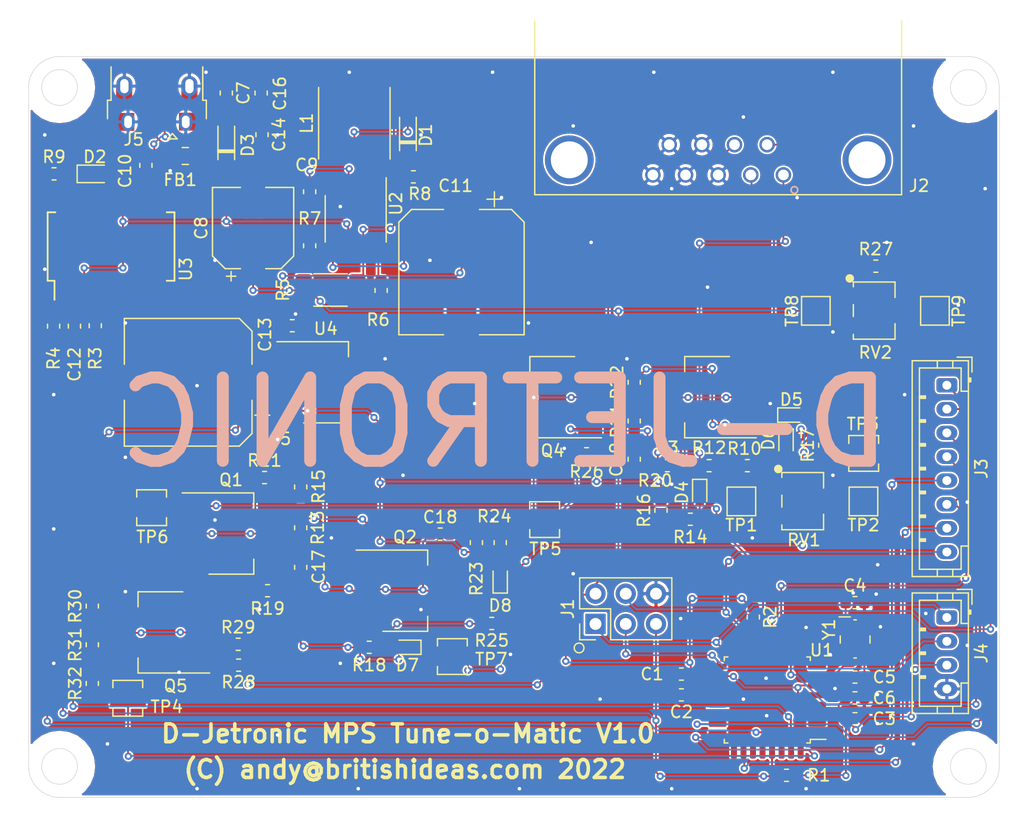
<source format=kicad_pcb>
(kicad_pcb (version 20171130) (host pcbnew "(5.1.6)-1")
  (layers (0 F.Cu signal) (31 B.Cu signal) (34 B.Paste user) (35 F.Paste user) (36 B.SilkS user) (37 F.SilkS user) (38 B.Mask user) (39 F.Mask user) (44 Edge.Cuts user))
  (net 0 "")
  (net 1 GND)
  (net 2 +5V)
  (net 3 "Net-(C2-Pad1)")
  (net 4 "Net-(C4-Pad1)")
  (net 5 "Net-(C5-Pad2)")
  (net 6 VBUS)
  (net 7 "Net-(C9-Pad1)")
  (net 8 +3V3)
  (net 9 +12V)
  (net 10 "Net-(C12-Pad2)")
  (net 11 /~RESET)
  (net 12 +10V)
  (net 13 "Net-(C17-Pad2)")
  (net 14 "/MPS Stimulator/AUX12-TGL")
  (net 15 "Net-(C18-Pad2)")
  (net 16 "/MPS Stimulator/AUX11-TGL")
  (net 17 "Net-(C19-Pad2)")
  (net 18 "Net-(C19-Pad1)")
  (net 19 "Net-(D1-Pad2)")
  (net 20 "Net-(D2-Pad1)")
  (net 21 "Net-(D4-Pad1)")
  (net 22 "Net-(D4-Pad2)")
  (net 23 "/MPS Stimulator/EDGES")
  (net 24 /MPS-8)
  (net 25 "Net-(D6-Pad2)")
  (net 26 "Net-(FB1-Pad1)")
  (net 27 /MOSI)
  (net 28 /SCK)
  (net 29 /MISO)
  (net 30 /MPS-10)
  (net 31 /MPS-7)
  (net 32 /MPS-15)
  (net 33 /~LCD_CS)
  (net 34 /LCD_DC_X+)
  (net 35 /Y+)
  (net 36 /Y-)
  (net 37 /X-)
  (net 38 /~SD_CS)
  (net 39 "Net-(J5-Pad3)")
  (net 40 "Net-(J5-Pad2)")
  (net 41 "Net-(L1-Pad1)")
  (net 42 /MPS_STIMULUS)
  (net 43 "Net-(Q2-Pad1)")
  (net 44 "Net-(Q3-Pad2)")
  (net 45 "Net-(Q5-Pad1)")
  (net 46 "Net-(Q5-Pad2)")
  (net 47 "Net-(R2-Pad2)")
  (net 48 /TX)
  (net 49 "Net-(R3-Pad1)")
  (net 50 /RX)
  (net 51 "Net-(R4-Pad1)")
  (net 52 "Net-(R6-Pad1)")
  (net 53 "Net-(R7-Pad2)")
  (net 54 "Net-(R10-Pad2)")
  (net 55 /MPS_PULSE)
  (module EmSA:DB9_RA_MALE_LD09P13A4 (layer F.Cu) (at 105.3 14.4 180)
    (fp_text reference J2 (at -16.87 -13.85) (layer F.SilkS))
    (fp_text value DB9_Male)
    (pad 9 thru_hole circle (at 4.11 -10.4 180) (size 1.3 1.3) (drill 0.9) (layers *.Cu *.Mask) (net 1 GND))
    (pad 6 thru_hole circle (at -4.11 -10.4 180) (size 1.3 1.3) (drill 0.9) (layers *.Cu *.Mask) (net 30 /MPS-10))
    (pad 7 thru_hole circle (at -1.37 -10.4 180) (size 1.3 1.3) (drill 0.9) (layers *.Cu *.Mask) (net 31 /MPS-7))
    (pad 8 thru_hole circle (at 1.37 -10.4 180) (size 1.3 1.3) (drill 0.9) (layers *.Cu *.Mask) (net 1 GND))
    (pad 1 thru_hole circle (at -5.48 -12.94 180) (size 1.3 1.3) (drill 0.9) (layers *.Cu *.Mask) (net 32 /MPS-15))
    (pad 2 thru_hole circle (at -2.74 -12.94 180) (size 1.3 1.3) (drill 0.9) (layers *.Cu *.Mask) (net 24 /MPS-8))
    (pad 5 thru_hole circle (at 5.48 -12.94 180) (size 1.3 1.3) (drill 0.9) (layers *.Cu *.Mask) (net 1 GND))
    (pad 4 thru_hole circle (at 2.74 -12.94 180) (size 1.3 1.3) (drill 0.9) (layers *.Cu *.Mask) (net 1 GND))
    (pad 3 thru_hole circle (at 0 -12.94 180) (size 1.3 1.3) (drill 0.9) (layers *.Cu *.Mask) (net 1 GND))
    (pad "" thru_hole circle (at -12.5 -11.67 180) (size 4.1 4.1) (drill 3.1) (layers *.Cu *.Mask))
    (pad "" thru_hole circle (at 12.5 -11.67 180) (size 4.1 4.1) (drill 3.1) (layers *.Cu *.Mask))
  )
  (module TestPoint:TestPoint_Pad_2.0x2.0mm (layer F.Cu) (at 123.5 38.75 270)
    (fp_text reference TP9 (at 0 -1.998 90) (layer F.SilkS))
    (fp_text value BIAS2)
    (pad 1 smd rect (at 0 0 270) (size 2 2) (layers F.Cu F.Mask) (net 30 /MPS-10))
  )
  (module TestPoint:TestPoint_Pad_2.0x2.0mm (layer F.Cu) (at 113.5 38.75 90)
    (fp_text reference TP8 (at 0 -1.998 90) (layer F.SilkS))
    (fp_text value BIAS1)
    (pad 1 smd rect (at 0 0 90) (size 2 2) (layers F.Cu F.Mask) (net 2 +5V))
  )
  (module TestPoint:TestPoint_Pad_2.0x2.0mm (layer F.Cu) (at 117.5 54.75 180)
    (fp_text reference TP2 (at 0 -1.998) (layer F.SilkS))
    (fp_text value AT2)
    (pad 1 smd rect (at 0 0 180) (size 2 2) (layers F.Cu F.Mask) (net 1 GND))
  )
  (module TestPoint:TestPoint_Pad_2.0x2.0mm (layer F.Cu) (at 107.25 54.75 180)
    (fp_text reference TP1 (at 0 -1.998) (layer F.SilkS))
    (fp_text value AT1)
    (pad 1 smd rect (at 0 0 180) (size 2 2) (layers F.Cu F.Mask) (net 54 "Net-(R10-Pad2)"))
  )
  (module Capacitor_SMD:C_0603_1608Metric (layer F.Cu) (at 102.2125 69.25 180)
    (fp_text reference C1 (at 2.4625 0) (layer F.SilkS))
    (fp_text value "4.7uF e")
    (pad 2 smd roundrect (at 0.7875 0 180) (size 0.875 0.95) (layers F.Cu F.Paste F.Mask) (net 1 GND))
    (pad 1 smd roundrect (at -0.7875 0 180) (size 0.875 0.95) (layers F.Cu F.Paste F.Mask) (net 2 +5V))
  )
  (module Capacitor_SMD:C_0603_1608Metric (layer F.Cu) (at 67 23.9625 270)
    (fp_text reference C14 (at 0 -1.43 90) (layer F.SilkS))
    (fp_text value 4.7uF)
    (pad 2 smd roundrect (at 0.7875 0 270) (size 0.875 0.95) (layers F.Cu F.Paste F.Mask) (net 1 GND))
    (pad 1 smd roundrect (at -0.7875 0 270) (size 0.875 0.95) (layers F.Cu F.Paste F.Mask) (net 6 VBUS))
  )
  (module Connector_USB:USB_Micro-B_Amphenol_10103594-0001LF_Horizontal (layer F.Cu) (at 58.15 21 180)
    (fp_text reference J5 (at 1.925 -3.365) (layer F.SilkS))
    (fp_text value USB_B_Micro)
    (pad 6 smd rect (at 0.935 1.385 270) (size 2.5 1.43) (layers F.Cu F.Paste F.Mask) (net 1 GND))
    (pad 6 smd rect (at -0.985 1.385 270) (size 2.5 1.43) (layers F.Cu F.Paste F.Mask) (net 1 GND))
    (pad 6 thru_hole oval (at 2.705 1.115 270) (size 1.7 1.35) (drill oval 1.2 0.7) (layers *.Cu *.Mask) (net 1 GND))
    (pad 6 thru_hole oval (at -2.755 1.115 270) (size 1.7 1.35) (drill oval 1.2 0.7) (layers *.Cu *.Mask) (net 1 GND))
    (pad 6 thru_hole oval (at 2.395 -1.885 270) (size 1.5 1.1) (drill oval 1.05 0.65) (layers *.Cu *.Mask) (net 1 GND))
    (pad 6 thru_hole oval (at -2.445 -1.885 270) (size 1.5 1.1) (drill oval 1.05 0.65) (layers *.Cu *.Mask) (net 1 GND))
    (pad 5 smd rect (at 1.275 -1.765 270) (size 1.65 0.4) (layers F.Cu F.Paste F.Mask) (net 1 GND))
    (pad 4 smd rect (at 0.625 -1.765 270) (size 1.65 0.4) (layers F.Cu F.Paste F.Mask) (net 1 GND))
    (pad 3 smd rect (at -0.025 -1.765 270) (size 1.65 0.4) (layers F.Cu F.Paste F.Mask) (net 39 "Net-(J5-Pad3)"))
    (pad 2 smd rect (at -0.675 -1.765 270) (size 1.65 0.4) (layers F.Cu F.Paste F.Mask) (net 40 "Net-(J5-Pad2)"))
    (pad 1 smd rect (at -1.325 -1.765 270) (size 1.65 0.4) (layers F.Cu F.Paste F.Mask) (net 26 "Net-(FB1-Pad1)"))
    (pad 6 smd rect (at 2.875 -1.885 180) (size 2 1.5) (layers F.Cu F.Paste F.Mask) (net 1 GND))
    (pad 6 smd rect (at -2.875 -1.865 180) (size 2 1.5) (layers F.Cu F.Paste F.Mask) (net 1 GND))
    (pad 6 smd rect (at 2.975 -0.565 180) (size 1.825 0.7) (layers F.Cu F.Paste F.Mask) (net 1 GND))
    (pad 6 smd rect (at -2.975 -0.565 180) (size 1.825 0.7) (layers F.Cu F.Paste F.Mask) (net 1 GND))
    (pad 6 smd rect (at -2.755 0.185 180) (size 1.35 2) (layers F.Cu F.Paste F.Mask) (net 1 GND))
    (pad 6 smd rect (at 2.725 0.185 180) (size 1.35 2) (layers F.Cu F.Paste F.Mask) (net 1 GND))
  )
  (module Britishideas:FA-238 (layer F.Cu) (at 116.8 66.35 270)
    (fp_text reference Y1 (at -0.85 2.2 90) (layer F.SilkS))
    (fp_text value "FA-238 16.0000MB-C3")
    (pad 4 smd rect (at -1.1 -0.8 270) (size 1.4 1.2) (layers F.Cu F.Paste F.Mask) (net 1 GND))
    (pad 3 smd rect (at 1.1 -0.8 270) (size 1.4 1.2) (layers F.Cu F.Paste F.Mask) (net 5 "Net-(C5-Pad2)"))
    (pad 1 smd rect (at -1.1 0.8 270) (size 1.4 1.2) (layers F.Cu F.Paste F.Mask) (net 4 "Net-(C4-Pad1)"))
    (pad 2 smd rect (at 1.1 0.8 270) (size 1.4 1.2) (layers F.Cu F.Paste F.Mask) (net 1 GND))
  )
  (module Package_TO_SOT_SMD:SOT-223 (layer F.Cu) (at 72.35 44.75)
    (fp_text reference U4 (at 0 -4.5) (layer F.SilkS))
    (fp_text value LM2940)
    (pad 1 smd rect (at -3.15 -2.3) (size 2 1.5) (layers F.Cu F.Paste F.Mask) (net 9 +12V))
    (pad 3 smd rect (at -3.15 2.3) (size 2 1.5) (layers F.Cu F.Paste F.Mask) (net 12 +10V))
    (pad 2 smd rect (at -3.15 0) (size 2 1.5) (layers F.Cu F.Paste F.Mask) (net 1 GND))
    (pad 4 smd rect (at 3.15 0) (size 2 3.8) (layers F.Cu F.Paste F.Mask) (net 1 GND))
  )
  (module Package_SO:SSOP-28_5.3x10.2mm_P0.65mm (layer F.Cu) (at 54.325 33.35 90)
    (fp_text reference U3 (at -1.9052 6.2794 90) (layer F.SilkS))
    (fp_text value FT232RL)
    (pad 28 smd rect (at 3.6 -4.225 90) (size 1.75 0.45) (layers F.Cu F.Paste F.Mask))
    (pad 27 smd rect (at 3.6 -3.575 90) (size 1.75 0.45) (layers F.Cu F.Paste F.Mask))
    (pad 26 smd rect (at 3.6 -2.925 90) (size 1.75 0.45) (layers F.Cu F.Paste F.Mask) (net 1 GND))
    (pad 25 smd rect (at 3.6 -2.275 90) (size 1.75 0.45) (layers F.Cu F.Paste F.Mask) (net 1 GND))
    (pad 24 smd rect (at 3.6 -1.625 90) (size 1.75 0.45) (layers F.Cu F.Paste F.Mask))
    (pad 23 smd rect (at 3.6 -0.975 90) (size 1.75 0.45) (layers F.Cu F.Paste F.Mask))
    (pad 22 smd rect (at 3.6 -0.325 90) (size 1.75 0.45) (layers F.Cu F.Paste F.Mask))
    (pad 21 smd rect (at 3.6 0.325 90) (size 1.75 0.45) (layers F.Cu F.Paste F.Mask) (net 1 GND))
    (pad 20 smd rect (at 3.6 0.975 90) (size 1.75 0.45) (layers F.Cu F.Paste F.Mask) (net 2 +5V))
    (pad 19 smd rect (at 3.6 1.625 90) (size 1.75 0.45) (layers F.Cu F.Paste F.Mask))
    (pad 18 smd rect (at 3.6 2.275 90) (size 1.75 0.45) (layers F.Cu F.Paste F.Mask) (net 1 GND))
    (pad 17 smd rect (at 3.6 2.925 90) (size 1.75 0.45) (layers F.Cu F.Paste F.Mask) (net 8 +3V3))
    (pad 16 smd rect (at 3.6 3.575 90) (size 1.75 0.45) (layers F.Cu F.Paste F.Mask) (net 40 "Net-(J5-Pad2)"))
    (pad 15 smd rect (at 3.6 4.225 90) (size 1.75 0.45) (layers F.Cu F.Paste F.Mask) (net 39 "Net-(J5-Pad3)"))
    (pad 14 smd rect (at -3.6 4.225 90) (size 1.75 0.45) (layers F.Cu F.Paste F.Mask))
    (pad 13 smd rect (at -3.6 3.575 90) (size 1.75 0.45) (layers F.Cu F.Paste F.Mask))
    (pad 12 smd rect (at -3.6 2.925 90) (size 1.75 0.45) (layers F.Cu F.Paste F.Mask))
    (pad 11 smd rect (at -3.6 2.275 90) (size 1.75 0.45) (layers F.Cu F.Paste F.Mask))
    (pad 10 smd rect (at -3.6 1.625 90) (size 1.75 0.45) (layers F.Cu F.Paste F.Mask))
    (pad 9 smd rect (at -3.6 0.975 90) (size 1.75 0.45) (layers F.Cu F.Paste F.Mask))
    (pad 8 smd rect (at -3.6 0.325 90) (size 1.75 0.45) (layers F.Cu F.Paste F.Mask))
    (pad 7 smd rect (at -3.6 -0.325 90) (size 1.75 0.45) (layers F.Cu F.Paste F.Mask) (net 1 GND))
    (pad 6 smd rect (at -3.6 -0.975 90) (size 1.75 0.45) (layers F.Cu F.Paste F.Mask))
    (pad 5 smd rect (at -3.6 -1.625 90) (size 1.75 0.45) (layers F.Cu F.Paste F.Mask) (net 48 /TX))
    (pad 4 smd rect (at -3.6 -2.275 90) (size 1.75 0.45) (layers F.Cu F.Paste F.Mask) (net 2 +5V))
    (pad 3 smd rect (at -3.6 -2.925 90) (size 1.75 0.45) (layers F.Cu F.Paste F.Mask))
    (pad 2 smd rect (at -3.6 -3.575 90) (size 1.75 0.45) (layers F.Cu F.Paste F.Mask) (net 10 "Net-(C12-Pad2)"))
    (pad 1 smd rect (at -3.6 -4.225 90) (size 1.75 0.45) (layers F.Cu F.Paste F.Mask) (net 50 /RX))
  )
  (module Package_SO:SOIC-8_3.9x4.9mm_P1.27mm (layer F.Cu) (at 74.865 31.025 270)
    (fp_text reference U2 (at -1.275 -3.385 90) (layer F.SilkS))
    (fp_text value MC34063AD)
    (pad 8 smd roundrect (at 2.475 -1.905 270) (size 1.95 0.6) (layers F.Cu F.Paste F.Mask) (net 52 "Net-(R6-Pad1)"))
    (pad 7 smd roundrect (at 2.475 -0.635 270) (size 1.95 0.6) (layers F.Cu F.Paste F.Mask) (net 41 "Net-(L1-Pad1)"))
    (pad 6 smd roundrect (at 2.475 0.635 270) (size 1.95 0.6) (layers F.Cu F.Paste F.Mask) (net 2 +5V))
    (pad 5 smd roundrect (at 2.475 1.905 270) (size 1.95 0.6) (layers F.Cu F.Paste F.Mask) (net 53 "Net-(R7-Pad2)"))
    (pad 4 smd roundrect (at -2.475 1.905 270) (size 1.95 0.6) (layers F.Cu F.Paste F.Mask) (net 1 GND))
    (pad 3 smd roundrect (at -2.475 0.635 270) (size 1.95 0.6) (layers F.Cu F.Paste F.Mask) (net 7 "Net-(C9-Pad1)"))
    (pad 2 smd roundrect (at -2.475 -0.635 270) (size 1.95 0.6) (layers F.Cu F.Paste F.Mask) (net 1 GND))
    (pad 1 smd roundrect (at -2.475 -1.905 270) (size 1.95 0.6) (layers F.Cu F.Paste F.Mask) (net 19 "Net-(D1-Pad2)"))
  )
  (module Package_QFP:LQFP-32_7x7mm_P0.8mm (layer F.Cu) (at 109.425 71.4234 180)
    (fp_text reference U1 (at -4.575 4.1734) (layer F.SilkS))
    (fp_text value ATmega328P)
    (pad 32 smd roundrect (at -2.8 -4.175 180) (size 0.5 1.5) (layers F.Cu F.Paste F.Mask) (net 55 /MPS_PULSE))
    (pad 31 smd roundrect (at -2 -4.175 180) (size 0.5 1.5) (layers F.Cu F.Paste F.Mask) (net 49 "Net-(R3-Pad1)"))
    (pad 30 smd roundrect (at -1.2 -4.175 180) (size 0.5 1.5) (layers F.Cu F.Paste F.Mask) (net 51 "Net-(R4-Pad1)"))
    (pad 29 smd roundrect (at -0.4 -4.175 180) (size 0.5 1.5) (layers F.Cu F.Paste F.Mask) (net 11 /~RESET))
    (pad 28 smd roundrect (at 0.4 -4.175 180) (size 0.5 1.5) (layers F.Cu F.Paste F.Mask))
    (pad 27 smd roundrect (at 1.2 -4.175 180) (size 0.5 1.5) (layers F.Cu F.Paste F.Mask))
    (pad 26 smd roundrect (at 2 -4.175 180) (size 0.5 1.5) (layers F.Cu F.Paste F.Mask) (net 33 /~LCD_CS))
    (pad 25 smd roundrect (at 2.8 -4.175 180) (size 0.5 1.5) (layers F.Cu F.Paste F.Mask))
    (pad 24 smd roundrect (at 4.175 -2.8 180) (size 1.5 0.5) (layers F.Cu F.Paste F.Mask) (net 35 /Y+))
    (pad 23 smd roundrect (at 4.175 -2 180) (size 1.5 0.5) (layers F.Cu F.Paste F.Mask) (net 37 /X-))
    (pad 22 smd roundrect (at 4.175 -1.2 180) (size 1.5 0.5) (layers F.Cu F.Paste F.Mask))
    (pad 21 smd roundrect (at 4.175 -0.4 180) (size 1.5 0.5) (layers F.Cu F.Paste F.Mask) (net 1 GND))
    (pad 20 smd roundrect (at 4.175 0.4 180) (size 1.5 0.5) (layers F.Cu F.Paste F.Mask) (net 3 "Net-(C2-Pad1)"))
    (pad 19 smd roundrect (at 4.175 1.2 180) (size 1.5 0.5) (layers F.Cu F.Paste F.Mask))
    (pad 18 smd roundrect (at 4.175 2 180) (size 1.5 0.5) (layers F.Cu F.Paste F.Mask) (net 2 +5V))
    (pad 17 smd roundrect (at 4.175 2.8 180) (size 1.5 0.5) (layers F.Cu F.Paste F.Mask) (net 28 /SCK))
    (pad 16 smd roundrect (at 2.8 4.175 180) (size 0.5 1.5) (layers F.Cu F.Paste F.Mask) (net 29 /MISO))
    (pad 15 smd roundrect (at 2 4.175 180) (size 0.5 1.5) (layers F.Cu F.Paste F.Mask) (net 27 /MOSI))
    (pad 14 smd roundrect (at 1.2 4.175 180) (size 0.5 1.5) (layers F.Cu F.Paste F.Mask) (net 47 "Net-(R2-Pad2)"))
    (pad 13 smd roundrect (at 0.4 4.175 180) (size 0.5 1.5) (layers F.Cu F.Paste F.Mask) (net 42 /MPS_STIMULUS))
    (pad 12 smd roundrect (at -0.4 4.175 180) (size 0.5 1.5) (layers F.Cu F.Paste F.Mask) (net 38 /~SD_CS))
    (pad 11 smd roundrect (at -1.2 4.175 180) (size 0.5 1.5) (layers F.Cu F.Paste F.Mask) (net 34 /LCD_DC_X+))
    (pad 10 smd roundrect (at -2 4.175 180) (size 0.5 1.5) (layers F.Cu F.Paste F.Mask) (net 36 /Y-))
    (pad 9 smd roundrect (at -2.8 4.175 180) (size 0.5 1.5) (layers F.Cu F.Paste F.Mask))
    (pad 8 smd roundrect (at -4.175 2.8 180) (size 1.5 0.5) (layers F.Cu F.Paste F.Mask) (net 4 "Net-(C4-Pad1)"))
    (pad 7 smd roundrect (at -4.175 2 180) (size 1.5 0.5) (layers F.Cu F.Paste F.Mask) (net 5 "Net-(C5-Pad2)"))
    (pad 6 smd roundrect (at -4.175 1.2 180) (size 1.5 0.5) (layers F.Cu F.Paste F.Mask) (net 2 +5V))
    (pad 5 smd roundrect (at -4.175 0.4 180) (size 1.5 0.5) (layers F.Cu F.Paste F.Mask) (net 1 GND))
    (pad 4 smd roundrect (at -4.175 -0.4 180) (size 1.5 0.5) (layers F.Cu F.Paste F.Mask) (net 2 +5V))
    (pad 3 smd roundrect (at -4.175 -1.2 180) (size 1.5 0.5) (layers F.Cu F.Paste F.Mask) (net 1 GND))
    (pad 2 smd roundrect (at -4.175 -2 180) (size 1.5 0.5) (layers F.Cu F.Paste F.Mask))
    (pad 1 smd roundrect (at -4.175 -2.8 180) (size 1.5 0.5) (layers F.Cu F.Paste F.Mask))
  )
  (module Britishideas:5190TR-Colored-Test-Point (layer F.Cu) (at 83 67.75)
    (fp_text reference TP7 (at 3.25 0.25) (layer F.SilkS))
    (fp_text value 5194TR)
    (pad 1 smd rect (at 0 0) (size 3 1.5) (layers F.Cu F.Paste F.Mask) (net 23 "/MPS Stimulator/EDGES"))
  )
  (module Britishideas:5190TR-Colored-Test-Point (layer F.Cu) (at 57.75 55.25)
    (fp_text reference TP6 (at 0.0508 2.4892) (layer F.SilkS))
    (fp_text value 5194TR)
    (pad 1 smd rect (at 0 0) (size 3 1.5) (layers F.Cu F.Paste F.Mask) (net 42 /MPS_STIMULUS))
  )
  (module Britishideas:5190TR-Colored-Test-Point (layer F.Cu) (at 90.75 56.25)
    (fp_text reference TP5 (at 0.0508 2.4892) (layer F.SilkS))
    (fp_text value 5194TR)
    (pad 1 smd rect (at 0 0) (size 3 1.5) (layers F.Cu F.Paste F.Mask) (net 31 /MPS-7))
  )
  (module Britishideas:5190TR-Colored-Test-Point (layer F.Cu) (at 55.75 71.25)
    (fp_text reference TP4 (at 3.25 0.75) (layer F.SilkS))
    (fp_text value 5194TR)
    (pad 1 smd rect (at 0 0) (size 3 1.5) (layers F.Cu F.Paste F.Mask) (net 55 /MPS_PULSE))
  )
  (module Britishideas:5190TR-Colored-Test-Point (layer F.Cu) (at 117.5 50.75 180)
    (fp_text reference TP3 (at 0.0508 2.4892) (layer F.SilkS))
    (fp_text value 5195TR)
    (pad 1 smd rect (at 0 0 180) (size 3 1.5) (layers F.Cu F.Paste F.Mask) (net 1 GND))
  )
  (module Britishideas:Surface_Mount_Cermet_Trimmer_SM-42-43W (layer F.Cu) (at 118.45 38.73 270)
    (fp_text reference RV2 (at 3.52 -0.05) (layer F.SilkS))
    (fp_text value 5k)
    (pad "" smd rect (at 1.27 1.45 270) (size 1.3 1.6) (layers F.Cu F.Paste F.Mask))
    (pad 1 smd rect (at -1.27 1.45 270) (size 1.3 1.6) (layers F.Cu F.Paste F.Mask) (net 2 +5V))
    (pad 2 smd rect (at 0 -1.45 270) (size 2 1.6) (layers F.Cu F.Paste F.Mask) (net 30 /MPS-10))
  )
  (module Britishideas:Surface_Mount_Cermet_Trimmer_SM-42-43W (layer F.Cu) (at 112.45 54.73 270)
    (fp_text reference RV1 (at 3.27 -0.05 180) (layer F.SilkS))
    (fp_text value 1k)
    (pad 2 smd rect (at 0 -1.45 270) (size 2 1.6) (layers F.Cu F.Paste F.Mask) (net 1 GND))
    (pad 1 smd rect (at -1.27 1.45 270) (size 1.3 1.6) (layers F.Cu F.Paste F.Mask) (net 54 "Net-(R10-Pad2)"))
    (pad "" smd rect (at 1.27 1.45 270) (size 1.3 1.6) (layers F.Cu F.Paste F.Mask))
  )
  (module Resistor_SMD:R_0603_1608Metric (layer F.Cu) (at 52.75 70.0375 90)
    (fp_text reference R32 (at 0 -1.43 90) (layer F.SilkS))
    (fp_text value 12k)
    (pad 2 smd roundrect (at 0.7875 0 90) (size 0.875 0.95) (layers F.Cu F.Paste F.Mask) (net 55 /MPS_PULSE))
    (pad 1 smd roundrect (at -0.7875 0 90) (size 0.875 0.95) (layers F.Cu F.Paste F.Mask) (net 1 GND))
  )
  (module Resistor_SMD:R_0603_1608Metric (layer F.Cu) (at 52.75 66.7875 90)
    (fp_text reference R31 (at 0 -1.43 90) (layer F.SilkS))
    (fp_text value 10k)
    (pad 2 smd roundrect (at 0.7875 0 90) (size 0.875 0.95) (layers F.Cu F.Paste F.Mask) (net 46 "Net-(Q5-Pad2)"))
    (pad 1 smd roundrect (at -0.7875 0 90) (size 0.875 0.95) (layers F.Cu F.Paste F.Mask) (net 55 /MPS_PULSE))
  )
  (module Resistor_SMD:R_0603_1608Metric (layer F.Cu) (at 52.75 63.5375 90)
    (fp_text reference R30 (at 0 -1.43 90) (layer F.SilkS))
    (fp_text value 2k)
    (pad 2 smd roundrect (at 0.7875 0 90) (size 0.875 0.95) (layers F.Cu F.Paste F.Mask) (net 12 +10V))
    (pad 1 smd roundrect (at -0.7875 0 90) (size 0.875 0.95) (layers F.Cu F.Paste F.Mask) (net 46 "Net-(Q5-Pad2)"))
  )
  (module Resistor_SMD:R_0603_1608Metric (layer F.Cu) (at 65 66.75)
    (fp_text reference R29 (at 0 -1.43) (layer F.SilkS))
    (fp_text value 10k)
    (pad 2 smd roundrect (at 0.7875 0) (size 0.875 0.95) (layers F.Cu F.Paste F.Mask) (net 1 GND))
    (pad 1 smd roundrect (at -0.7875 0) (size 0.875 0.95) (layers F.Cu F.Paste F.Mask) (net 45 "Net-(Q5-Pad1)"))
  )
  (module Resistor_SMD:R_0603_1608Metric (layer F.Cu) (at 65.0375 68.5 180)
    (fp_text reference R28 (at 0 -1.43) (layer F.SilkS))
    (fp_text value 20k)
    (pad 2 smd roundrect (at 0.7875 0 180) (size 0.875 0.95) (layers F.Cu F.Paste F.Mask) (net 45 "Net-(Q5-Pad1)"))
    (pad 1 smd roundrect (at -0.7875 0 180) (size 0.875 0.95) (layers F.Cu F.Paste F.Mask) (net 31 /MPS-7))
  )
  (module Resistor_SMD:R_0603_1608Metric (layer F.Cu) (at 118.5375 35)
    (fp_text reference R27 (at 0 -1.43) (layer F.SilkS))
    (fp_text value 1k)
    (pad 2 smd roundrect (at 0.7875 0) (size 0.875 0.95) (layers F.Cu F.Paste F.Mask) (net 30 /MPS-10))
    (pad 1 smd roundrect (at -0.7875 0) (size 0.875 0.95) (layers F.Cu F.Paste F.Mask) (net 1 GND))
  )
  (module Resistor_SMD:R_0603_1608Metric (layer F.Cu) (at 94.25 50.75)
    (fp_text reference R26 (at 0 1.5) (layer F.SilkS))
    (fp_text value 1k)
    (pad 1 smd roundrect (at -0.7875 0) (size 0.875 0.95) (layers F.Cu F.Paste F.Mask) (net 31 /MPS-7))
    (pad 2 smd roundrect (at 0.7875 0) (size 0.875 0.95) (layers F.Cu F.Paste F.Mask) (net 12 +10V))
  )
  (module Resistor_SMD:R_0603_1608Metric (layer F.Cu) (at 86.2875 65 180)
    (fp_text reference R25 (at 0 -1.43) (layer F.SilkS))
    (fp_text value 100k)
    (pad 2 smd roundrect (at 0.7875 0 180) (size 0.875 0.95) (layers F.Cu F.Paste F.Mask) (net 12 +10V))
    (pad 1 smd roundrect (at -0.7875 0 180) (size 0.875 0.95) (layers F.Cu F.Paste F.Mask) (net 23 "/MPS Stimulator/EDGES"))
  )
  (module Resistor_SMD:R_0603_1608Metric (layer F.Cu) (at 87 58.2125 270)
    (fp_text reference R24 (at -2.2125 0.5 180) (layer F.SilkS))
    (fp_text value 68k)
    (pad 2 smd roundrect (at 0.7875 0 270) (size 0.875 0.95) (layers F.Cu F.Paste F.Mask) (net 15 "Net-(C18-Pad2)"))
    (pad 1 smd roundrect (at -0.7875 0 270) (size 0.875 0.95) (layers F.Cu F.Paste F.Mask) (net 1 GND))
  )
  (module Resistor_SMD:R_0603_1608Metric (layer F.Cu) (at 85 58.2125 270)
    (fp_text reference R23 (at 3.0375 0 90) (layer F.SilkS))
    (fp_text value 130k)
    (pad 2 smd roundrect (at 0.7875 0 270) (size 0.875 0.95) (layers F.Cu F.Paste F.Mask) (net 12 +10V))
    (pad 1 smd roundrect (at -0.7875 0 270) (size 0.875 0.95) (layers F.Cu F.Paste F.Mask) (net 15 "Net-(C18-Pad2)"))
  )
  (module Resistor_SMD:R_0603_1608Metric (layer F.Cu) (at 98.25 44.75 90)
    (fp_text reference R22 (at 0 -1.43 90) (layer F.SilkS))
    (fp_text value 300)
    (pad 1 smd roundrect (at -0.7875 0 90) (size 0.875 0.95) (layers F.Cu F.Paste F.Mask) (net 17 "Net-(C19-Pad2)"))
    (pad 2 smd roundrect (at 0.7875 0 90) (size 0.875 0.95) (layers F.Cu F.Paste F.Mask) (net 25 "Net-(D6-Pad2)"))
  )
  (module Resistor_SMD:R_0603_1608Metric (layer F.Cu) (at 98.25 48 90)
    (fp_text reference R21 (at 0 -1.43 90) (layer F.SilkS))
    (fp_text value 2k4)
    (pad 1 smd roundrect (at -0.7875 0 90) (size 0.875 0.95) (layers F.Cu F.Paste F.Mask) (net 18 "Net-(C19-Pad1)"))
    (pad 2 smd roundrect (at 0.7875 0 90) (size 0.875 0.95) (layers F.Cu F.Paste F.Mask) (net 44 "Net-(Q3-Pad2)"))
  )
  (module Resistor_SMD:R_0603_1608Metric (layer F.Cu) (at 101.0375 51.75 180)
    (fp_text reference R20 (at 1.0375 -1.25) (layer F.SilkS))
    (fp_text value 2k)
    (pad 1 smd roundrect (at -0.7875 0 180) (size 0.875 0.95) (layers F.Cu F.Paste F.Mask) (net 44 "Net-(Q3-Pad2)"))
    (pad 2 smd roundrect (at 0.7875 0 180) (size 0.875 0.95) (layers F.Cu F.Paste F.Mask) (net 12 +10V))
  )
  (module Resistor_SMD:R_0603_1608Metric (layer F.Cu) (at 67.4625 62.25)
    (fp_text reference R19 (at 0 1.5) (layer F.SilkS))
    (fp_text value 68k)
    (pad 2 smd roundrect (at 0.7875 0) (size 0.875 0.95) (layers F.Cu F.Paste F.Mask) (net 13 "Net-(C17-Pad2)"))
    (pad 1 smd roundrect (at -0.7875 0) (size 0.875 0.95) (layers F.Cu F.Paste F.Mask) (net 1 GND))
  )
  (module Resistor_SMD:R_0603_1608Metric (layer F.Cu) (at 76 67)
    (fp_text reference R18 (at 0 1.5) (layer F.SilkS))
    (fp_text value 130k)
    (pad 2 smd roundrect (at 0.7875 0) (size 0.875 0.95) (layers F.Cu F.Paste F.Mask) (net 12 +10V))
    (pad 1 smd roundrect (at -0.7875 0) (size 0.875 0.95) (layers F.Cu F.Paste F.Mask) (net 13 "Net-(C17-Pad2)"))
  )
  (module Resistor_SMD:R_0603_1608Metric (layer F.Cu) (at 114.25 50.0375 90)
    (fp_text reference R17 (at 0 -1.43 90) (layer F.SilkS))
    (fp_text value 180k)
    (pad 1 smd roundrect (at -0.7875 0 90) (size 0.875 0.95) (layers F.Cu F.Paste F.Mask) (net 1 GND))
    (pad 2 smd roundrect (at 0.7875 0 90) (size 0.875 0.95) (layers F.Cu F.Paste F.Mask) (net 25 "Net-(D6-Pad2)"))
  )
  (module Resistor_SMD:R_0603_1608Metric (layer F.Cu) (at 100.5 55.5 90)
    (fp_text reference R16 (at 0 -1.43 90) (layer F.SilkS))
    (fp_text value 510)
    (pad 1 smd roundrect (at -0.7875 0 90) (size 0.875 0.95) (layers F.Cu F.Paste F.Mask) (net 32 /MPS-15))
    (pad 2 smd roundrect (at 0.7875 0 90) (size 0.875 0.95) (layers F.Cu F.Paste F.Mask) (net 12 +10V))
  )
  (module Resistor_SMD:R_0603_1608Metric (layer F.Cu) (at 70.25 53.5375 90)
    (fp_text reference R15 (at 0.0375 1.5 90) (layer F.SilkS))
    (fp_text value 1k)
    (pad 2 smd roundrect (at 0.7875 0 90) (size 0.875 0.95) (layers F.Cu F.Paste F.Mask) (net 9 +12V))
    (pad 1 smd roundrect (at -0.7875 0 90) (size 0.875 0.95) (layers F.Cu F.Paste F.Mask) (net 16 "/MPS Stimulator/AUX11-TGL"))
  )
  (module Resistor_SMD:R_0603_1608Metric (layer F.Cu) (at 102.9625 56.25)
    (fp_text reference R14 (at 0 1.5) (layer F.SilkS))
    (fp_text value 2k2)
    (pad 1 smd roundrect (at -0.7875 0) (size 0.875 0.95) (layers F.Cu F.Paste F.Mask) (net 32 /MPS-15))
    (pad 2 smd roundrect (at 0.7875 0) (size 0.875 0.95) (layers F.Cu F.Paste F.Mask) (net 22 "Net-(D4-Pad2)"))
  )
  (module Resistor_SMD:R_0603_1608Metric (layer F.Cu) (at 70.25 56.9625 270)
    (fp_text reference R13 (at 0 -1.43 90) (layer F.SilkS))
    (fp_text value 10k)
    (pad 2 smd roundrect (at 0.7875 0 270) (size 0.875 0.95) (layers F.Cu F.Paste F.Mask) (net 14 "/MPS Stimulator/AUX12-TGL"))
    (pad 1 smd roundrect (at -0.7875 0 270) (size 0.875 0.95) (layers F.Cu F.Paste F.Mask) (net 43 "Net-(Q2-Pad1)"))
  )
  (module Resistor_SMD:R_0603_1608Metric (layer F.Cu) (at 104.5375 51.75 180)
    (fp_text reference R12 (at 0 1.5) (layer F.SilkS))
    (fp_text value 1k2)
    (pad 1 smd roundrect (at -0.7875 0 180) (size 0.875 0.95) (layers F.Cu F.Paste F.Mask) (net 21 "Net-(D4-Pad1)"))
    (pad 2 smd roundrect (at 0.7875 0 180) (size 0.875 0.95) (layers F.Cu F.Paste F.Mask) (net 12 +10V))
  )
  (module Resistor_SMD:R_0603_1608Metric (layer F.Cu) (at 67.2125 52.75)
    (fp_text reference R11 (at 0 -1.43) (layer F.SilkS))
    (fp_text value 1k)
    (pad 2 smd roundrect (at 0.7875 0) (size 0.875 0.95) (layers F.Cu F.Paste F.Mask) (net 9 +12V))
    (pad 1 smd roundrect (at -0.7875 0) (size 0.875 0.95) (layers F.Cu F.Paste F.Mask) (net 14 "/MPS Stimulator/AUX12-TGL"))
  )
  (module Resistor_SMD:R_0603_1608Metric (layer F.Cu) (at 107.75 51.75)
    (fp_text reference R10 (at -0.25 -1.43) (layer F.SilkS))
    (fp_text value 240)
    (pad 1 smd roundrect (at -0.7875 0) (size 0.875 0.95) (layers F.Cu F.Paste F.Mask) (net 21 "Net-(D4-Pad1)"))
    (pad 2 smd roundrect (at 0.7875 0) (size 0.875 0.95) (layers F.Cu F.Paste F.Mask) (net 54 "Net-(R10-Pad2)"))
  )
  (module Resistor_SMD:R_0603_1608Metric (layer F.Cu) (at 49.5375 27.25)
    (fp_text reference R9 (at 0 -1.43) (layer F.SilkS))
    (fp_text value 620)
    (pad 2 smd roundrect (at 0.7875 0) (size 0.875 0.95) (layers F.Cu F.Paste F.Mask) (net 20 "Net-(D2-Pad1)"))
    (pad 1 smd roundrect (at -0.7875 0) (size 0.875 0.95) (layers F.Cu F.Paste F.Mask) (net 1 GND))
  )
  (module Resistor_SMD:R_0603_1608Metric (layer F.Cu) (at 79.7125 27.5 180)
    (fp_text reference R8 (at -0.5375 -1.43) (layer F.SilkS))
    (fp_text value 13k)
    (pad 2 smd roundrect (at 0.7875 0 180) (size 0.875 0.95) (layers F.Cu F.Paste F.Mask) (net 53 "Net-(R7-Pad2)"))
    (pad 1 smd roundrect (at -0.7875 0 180) (size 0.875 0.95) (layers F.Cu F.Paste F.Mask) (net 9 +12V))
  )
  (module Resistor_SMD:R_0603_1608Metric (layer F.Cu) (at 71 33.2875 270)
    (fp_text reference R7 (at -2.2875 0) (layer F.SilkS))
    (fp_text value 1k5)
    (pad 2 smd roundrect (at 0.7875 0 270) (size 0.875 0.95) (layers F.Cu F.Paste F.Mask) (net 53 "Net-(R7-Pad2)"))
    (pad 1 smd roundrect (at -0.7875 0 270) (size 0.875 0.95) (layers F.Cu F.Paste F.Mask) (net 1 GND))
  )
  (module Resistor_SMD:R_0603_1608Metric (layer F.Cu) (at 77 37.0375 270)
    (fp_text reference R6 (at 2.4625 0.25) (layer F.SilkS))
    (fp_text value 180)
    (pad 2 smd roundrect (at 0.7875 0 270) (size 0.875 0.95) (layers F.Cu F.Paste F.Mask) (net 41 "Net-(L1-Pad1)"))
    (pad 1 smd roundrect (at -0.7875 0 270) (size 0.875 0.95) (layers F.Cu F.Paste F.Mask) (net 52 "Net-(R6-Pad1)"))
  )
  (module Resistor_SMD:R_2010_5025Metric (layer F.Cu) (at 72.75 37 180)
    (fp_text reference R5 (at 4 0 90) (layer F.SilkS))
    (fp_text value 350m)
    (pad 2 smd roundrect (at 2.25 0 180) (size 1.35 2.65) (layers F.Cu F.Paste F.Mask) (roundrect_rratio 0.185185) (net 2 +5V))
    (pad 1 smd roundrect (at -2.25 0 180) (size 1.35 2.65) (layers F.Cu F.Paste F.Mask) (roundrect_rratio 0.185185) (net 41 "Net-(L1-Pad1)"))
  )
  (module Resistor_SMD:R_0603_1608Metric (layer F.Cu) (at 49.5 40.0375 90)
    (fp_text reference R4 (at -2.7125 0 90) (layer F.SilkS))
    (fp_text value 1K)
    (pad 2 smd roundrect (at 0.7875 0 90) (size 0.875 0.95) (layers F.Cu F.Paste F.Mask) (net 50 /RX))
    (pad 1 smd roundrect (at -0.7875 0 90) (size 0.875 0.95) (layers F.Cu F.Paste F.Mask) (net 51 "Net-(R4-Pad1)"))
  )
  (module Resistor_SMD:R_0603_1608Metric (layer F.Cu) (at 53 40 90)
    (fp_text reference R3 (at -2.75 0 90) (layer F.SilkS))
    (fp_text value 1K)
    (pad 2 smd roundrect (at 0.7875 0 90) (size 0.875 0.95) (layers F.Cu F.Paste F.Mask) (net 48 /TX))
    (pad 1 smd roundrect (at -0.7875 0 90) (size 0.875 0.95) (layers F.Cu F.Paste F.Mask) (net 49 "Net-(R3-Pad1)"))
  )
  (module Resistor_SMD:R_0603_1608Metric (layer F.Cu) (at 108.25 64.4625 270)
    (fp_text reference R2 (at 0 -1.43 90) (layer F.SilkS))
    (fp_text value 1K)
    (pad 2 smd roundrect (at 0.7875 0 270) (size 0.875 0.95) (layers F.Cu F.Paste F.Mask) (net 47 "Net-(R2-Pad2)"))
    (pad 1 smd roundrect (at -0.7875 0 270) (size 0.875 0.95) (layers F.Cu F.Paste F.Mask) (net 2 +5V))
  )
  (module Resistor_SMD:R_0603_1608Metric (layer F.Cu) (at 111.0375 77.75 180)
    (fp_text reference R1 (at -2.7125 0) (layer F.SilkS))
    (fp_text value 1K)
    (pad 2 smd roundrect (at 0.7875 0 180) (size 0.875 0.95) (layers F.Cu F.Paste F.Mask) (net 11 /~RESET))
    (pad 1 smd roundrect (at -0.7875 0 180) (size 0.875 0.95) (layers F.Cu F.Paste F.Mask) (net 2 +5V))
  )
  (module Package_TO_SOT_SMD:SOT-223-3_TabPin2 (layer F.Cu) (at 58.5 65.75 180)
    (fp_text reference Q5 (at -1.25 -4.5) (layer F.SilkS))
    (fp_text value PZT2222A,115)
    (pad 1 smd rect (at -3.15 -2.3 180) (size 2 1.5) (layers F.Cu F.Paste F.Mask) (net 45 "Net-(Q5-Pad1)"))
    (pad 3 smd rect (at -3.15 2.3 180) (size 2 1.5) (layers F.Cu F.Paste F.Mask) (net 1 GND))
    (pad 2 smd rect (at -3.15 0 180) (size 2 1.5) (layers F.Cu F.Paste F.Mask) (net 46 "Net-(Q5-Pad2)"))
    (pad 2 smd rect (at 3.15 0 180) (size 2 3.8) (layers F.Cu F.Paste F.Mask) (net 46 "Net-(Q5-Pad2)"))
  )
  (module Package_TO_SOT_SMD:SOT-223-3_TabPin2 (layer F.Cu) (at 91.4 46 180)
    (fp_text reference Q4 (at 0 -4.5) (layer F.SilkS))
    (fp_text value PZT2222A,115)
    (pad 2 smd rect (at 3.15 0 180) (size 2 3.8) (layers F.Cu F.Paste F.Mask) (net 31 /MPS-7))
    (pad 2 smd rect (at -3.15 0 180) (size 2 1.5) (layers F.Cu F.Paste F.Mask) (net 31 /MPS-7))
    (pad 3 smd rect (at -3.15 2.3 180) (size 2 1.5) (layers F.Cu F.Paste F.Mask) (net 1 GND))
    (pad 1 smd rect (at -3.15 -2.3 180) (size 2 1.5) (layers F.Cu F.Paste F.Mask) (net 18 "Net-(C19-Pad1)"))
  )
  (module Package_TO_SOT_SMD:SOT-223-3_TabPin2 (layer F.Cu) (at 104.4 46 180)
    (fp_text reference Q3 (at 3.4 -4.25) (layer F.SilkS))
    (fp_text value PZT2222A,115)
    (pad 2 smd rect (at 3.15 0 180) (size 2 3.8) (layers F.Cu F.Paste F.Mask) (net 44 "Net-(Q3-Pad2)"))
    (pad 2 smd rect (at -3.15 0 180) (size 2 1.5) (layers F.Cu F.Paste F.Mask) (net 44 "Net-(Q3-Pad2)"))
    (pad 3 smd rect (at -3.15 2.3 180) (size 2 1.5) (layers F.Cu F.Paste F.Mask) (net 1 GND))
    (pad 1 smd rect (at -3.15 -2.3 180) (size 2 1.5) (layers F.Cu F.Paste F.Mask) (net 25 "Net-(D6-Pad2)"))
  )
  (module Package_TO_SOT_SMD:SOT-223-3_TabPin2 (layer F.Cu) (at 79 62.25)
    (fp_text reference Q2 (at 0 -4.5) (layer F.SilkS))
    (fp_text value PZT2222A,115)
    (pad 1 smd rect (at -3.15 -2.3) (size 2 1.5) (layers F.Cu F.Paste F.Mask) (net 43 "Net-(Q2-Pad1)"))
    (pad 3 smd rect (at -3.15 2.3) (size 2 1.5) (layers F.Cu F.Paste F.Mask) (net 1 GND))
    (pad 2 smd rect (at -3.15 0) (size 2 1.5) (layers F.Cu F.Paste F.Mask) (net 16 "/MPS Stimulator/AUX11-TGL"))
    (pad 2 smd rect (at 3.15 0) (size 2 3.8) (layers F.Cu F.Paste F.Mask) (net 16 "/MPS Stimulator/AUX11-TGL"))
  )
  (module Package_TO_SOT_SMD:SOT-223-3_TabPin2 (layer F.Cu) (at 64.4 57.45)
    (fp_text reference Q1 (at 0 -4.5) (layer F.SilkS))
    (fp_text value PZT2222A,115)
    (pad 1 smd rect (at -3.15 -2.3) (size 2 1.5) (layers F.Cu F.Paste F.Mask) (net 42 /MPS_STIMULUS))
    (pad 3 smd rect (at -3.15 2.3) (size 2 1.5) (layers F.Cu F.Paste F.Mask) (net 1 GND))
    (pad 2 smd rect (at -3.15 0) (size 2 1.5) (layers F.Cu F.Paste F.Mask) (net 14 "/MPS Stimulator/AUX12-TGL"))
    (pad 2 smd rect (at 3.15 0) (size 2 3.8) (layers F.Cu F.Paste F.Mask) (net 14 "/MPS Stimulator/AUX12-TGL"))
  )
  (module "Britishideas:Abracon ASPI-6045S Series Inductors" (layer F.Cu) (at 74.75 20.75 270)
    (fp_text reference L1 (at 2.25 4 90) (layer F.SilkS))
    (fp_text value 30uH)
    (pad 2 smd rect (at 4.5 0 270) (size 1.7 5.7) (layers F.Cu F.Paste F.Mask) (net 19 "Net-(D1-Pad2)"))
    (pad 1 smd rect (at 0 0 270) (size 1.7 5.7) (layers F.Cu F.Paste F.Mask) (net 41 "Net-(L1-Pad1)"))
  )
  (module Connector_JST:JST_PH_B4B-PH-K_1x04_P2.00mm_Vertical (layer F.Cu) (at 124.5 64.5 270)
    (fp_text reference J4 (at 3 -2.9 90) (layer F.SilkS))
    (fp_text value UI2)
    (pad 4 thru_hole oval (at 6 0 270) (size 1.2 1.75) (drill 0.75) (layers *.Cu *.Mask) (net 1 GND))
    (pad 3 thru_hole oval (at 4 0 270) (size 1.2 1.75) (drill 0.75) (layers *.Cu *.Mask) (net 2 +5V))
    (pad 2 thru_hole oval (at 2 0 270) (size 1.2 1.75) (drill 0.75) (layers *.Cu *.Mask) (net 28 /SCK))
    (pad 1 thru_hole roundrect (at 0 0 270) (size 1.2 1.75) (drill 0.75) (layers *.Cu *.Mask) (roundrect_rratio 0.208333) (net 29 /MISO))
  )
  (module Connector_JST:JST_PH_B8B-PH-K_1x08_P2.00mm_Vertical (layer F.Cu) (at 124.5 45 270)
    (fp_text reference J3 (at 7 -2.9 90) (layer F.SilkS))
    (fp_text value UI1)
    (pad 8 thru_hole oval (at 14 0 270) (size 1.2 1.75) (drill 0.75) (layers *.Cu *.Mask) (net 27 /MOSI))
    (pad 7 thru_hole oval (at 12 0 270) (size 1.2 1.75) (drill 0.75) (layers *.Cu *.Mask) (net 33 /~LCD_CS))
    (pad 6 thru_hole oval (at 10 0 270) (size 1.2 1.75) (drill 0.75) (layers *.Cu *.Mask) (net 34 /LCD_DC_X+))
    (pad 5 thru_hole oval (at 8 0 270) (size 1.2 1.75) (drill 0.75) (layers *.Cu *.Mask) (net 35 /Y+))
    (pad 4 thru_hole oval (at 6 0 270) (size 1.2 1.75) (drill 0.75) (layers *.Cu *.Mask) (net 34 /LCD_DC_X+))
    (pad 3 thru_hole oval (at 4 0 270) (size 1.2 1.75) (drill 0.75) (layers *.Cu *.Mask) (net 36 /Y-))
    (pad 2 thru_hole oval (at 2 0 270) (size 1.2 1.75) (drill 0.75) (layers *.Cu *.Mask) (net 37 /X-))
    (pad 1 thru_hole roundrect (at 0 0 270) (size 1.2 1.75) (drill 0.75) (layers *.Cu *.Mask) (roundrect_rratio 0.208333) (net 38 /~SD_CS))
  )
  (module Connector_PinHeader_2.54mm:PinHeader_2x03_P2.54mm_Vertical (layer F.Cu) (at 95 65.04 90)
    (fp_text reference J1 (at 1.27 -2.33 90) (layer F.SilkS))
    (fp_text value ISP)
    (pad 6 thru_hole oval (at 2.54 5.08 90) (size 1.7 1.7) (drill 1) (layers *.Cu *.Mask) (net 1 GND))
    (pad 5 thru_hole oval (at 0 5.08 90) (size 1.7 1.7) (drill 1) (layers *.Cu *.Mask) (net 11 /~RESET))
    (pad 4 thru_hole oval (at 2.54 2.54 90) (size 1.7 1.7) (drill 1) (layers *.Cu *.Mask) (net 27 /MOSI))
    (pad 3 thru_hole oval (at 0 2.54 90) (size 1.7 1.7) (drill 1) (layers *.Cu *.Mask) (net 28 /SCK))
    (pad 2 thru_hole oval (at 2.54 0 90) (size 1.7 1.7) (drill 1) (layers *.Cu *.Mask) (net 2 +5V))
    (pad 1 thru_hole rect (at 0 0 90) (size 1.7 1.7) (drill 1) (layers *.Cu *.Mask) (net 29 /MISO))
  )
  (module Resistor_SMD:R_0805_2012Metric (layer F.Cu) (at 60.5625 25.75)
    (fp_text reference FB1 (at -0.4375 2) (layer F.SilkS))
    (fp_text value MI0805K400R-10)
    (pad 1 smd roundrect (at -0.9375 0) (size 0.975 1.4) (layers F.Cu F.Paste F.Mask) (net 26 "Net-(FB1-Pad1)"))
    (pad 2 smd roundrect (at 0.9375 0) (size 0.975 1.4) (layers F.Cu F.Paste F.Mask) (net 6 VBUS))
  )
  (module Diode_SMD:D_SOD-523 (layer F.Cu) (at 87 61.3 90)
    (fp_text reference D8 (at -2.2 0 180) (layer F.SilkS))
    (fp_text value RB520SM-30T2R)
    (pad 1 smd rect (at -0.7 0 270) (size 0.6 0.7) (layers F.Cu F.Paste F.Mask) (net 23 "/MPS Stimulator/EDGES"))
    (pad 2 smd rect (at 0.7 0 270) (size 0.6 0.7) (layers F.Cu F.Paste F.Mask) (net 15 "Net-(C18-Pad2)"))
  )
  (module Diode_SMD:D_SOD-523 (layer F.Cu) (at 79.2 67 180)
    (fp_text reference D7 (at 0 -1.5) (layer F.SilkS))
    (fp_text value RB520SM-30T2R)
    (pad 1 smd rect (at -0.7 0) (size 0.6 0.7) (layers F.Cu F.Paste F.Mask) (net 23 "/MPS Stimulator/EDGES"))
    (pad 2 smd rect (at 0.7 0) (size 0.6 0.7) (layers F.Cu F.Paste F.Mask) (net 13 "Net-(C17-Pad2)"))
  )
  (module Diode_SMD:D_SOD-523 (layer F.Cu) (at 111 49.8 270)
    (fp_text reference D6 (at -0.3 1.5 90) (layer F.SilkS))
    (fp_text value RB520SM-30T2R)
    (pad 2 smd rect (at 0.7 0 90) (size 0.6 0.7) (layers F.Cu F.Paste F.Mask) (net 25 "Net-(D6-Pad2)"))
    (pad 1 smd rect (at -0.7 0 90) (size 0.6 0.7) (layers F.Cu F.Paste F.Mask) (net 23 "/MPS Stimulator/EDGES"))
  )
  (module Diode_SMD:D_SOD-523 (layer F.Cu) (at 111.45 47.5)
    (fp_text reference D5 (at 0 -1.3) (layer F.SilkS))
    (fp_text value RB520SM-30T2R)
    (pad 2 smd rect (at 0.7 0 180) (size 0.6 0.7) (layers F.Cu F.Paste F.Mask) (net 24 /MPS-8))
    (pad 1 smd rect (at -0.7 0 180) (size 0.6 0.7) (layers F.Cu F.Paste F.Mask) (net 23 "/MPS Stimulator/EDGES"))
  )
  (module Diode_SMD:D_SOD-523 (layer F.Cu) (at 103.75 54.05 270)
    (fp_text reference D4 (at -0.05 1.5 90) (layer F.SilkS))
    (fp_text value RB520SM-30T2R)
    (pad 2 smd rect (at 0.7 0 90) (size 0.6 0.7) (layers F.Cu F.Paste F.Mask) (net 22 "Net-(D4-Pad2)"))
    (pad 1 smd rect (at -0.7 0 90) (size 0.6 0.7) (layers F.Cu F.Paste F.Mask) (net 21 "Net-(D4-Pad1)"))
  )
  (module Britishideas:SOD-123 (layer F.Cu) (at 64 26.25 90)
    (fp_text reference D3 (at 1.4 1.8 90) (layer F.SilkS))
    (fp_text value MBR0520LT1G)
    (pad 1 smd rect (at 0 0 90) (size 0.91 1.22) (layers F.Cu F.Paste F.Mask) (net 2 +5V))
    (pad 2 smd rect (at 3.27 0 90) (size 0.91 1.22) (layers F.Cu F.Paste F.Mask) (net 6 VBUS))
  )
  (module LED_SMD:LED_0603_1608Metric (layer F.Cu) (at 52.9625 27.25)
    (fp_text reference D2 (at 0 -1.43) (layer F.SilkS))
    (fp_text value APT1608EC)
    (pad 2 smd roundrect (at 0.7875 0) (size 0.875 0.95) (layers F.Cu F.Paste F.Mask) (net 8 +3V3))
    (pad 1 smd roundrect (at -0.7875 0) (size 0.875 0.95) (layers F.Cu F.Paste F.Mask) (net 20 "Net-(D2-Pad1)"))
  )
  (module Britishideas:SOD-123 (layer F.Cu) (at 79.25 25.5 90)
    (fp_text reference D1 (at 1.5 1.5 90) (layer F.SilkS))
    (fp_text value MBR130T1G)
    (pad 2 smd rect (at 3.27 0 90) (size 0.91 1.22) (layers F.Cu F.Paste F.Mask) (net 19 "Net-(D1-Pad2)"))
    (pad 1 smd rect (at 0 0 90) (size 0.91 1.22) (layers F.Cu F.Paste F.Mask) (net 9 +12V))
  )
  (module Capacitor_SMD:C_0603_1608Metric (layer F.Cu) (at 98.25 51.2125 90)
    (fp_text reference C19 (at -0.0375 -1.5 90) (layer F.SilkS))
    (fp_text value 1.0n)
    (pad 1 smd roundrect (at -0.7875 0 90) (size 0.875 0.95) (layers F.Cu F.Paste F.Mask) (net 18 "Net-(C19-Pad1)"))
    (pad 2 smd roundrect (at 0.7875 0 90) (size 0.875 0.95) (layers F.Cu F.Paste F.Mask) (net 17 "Net-(C19-Pad2)"))
  )
  (module Capacitor_SMD:C_0603_1608Metric (layer F.Cu) (at 81.9625 57.5)
    (fp_text reference C18 (at 0 -1.43) (layer F.SilkS))
    (fp_text value 6.8n)
    (pad 2 smd roundrect (at 0.7875 0) (size 0.875 0.95) (layers F.Cu F.Paste F.Mask) (net 15 "Net-(C18-Pad2)"))
    (pad 1 smd roundrect (at -0.7875 0) (size 0.875 0.95) (layers F.Cu F.Paste F.Mask) (net 16 "/MPS Stimulator/AUX11-TGL"))
  )
  (module Capacitor_SMD:C_0603_1608Metric (layer F.Cu) (at 70.25 60.2875 270)
    (fp_text reference C17 (at -0.0375 -1.5 90) (layer F.SilkS))
    (fp_text value 6.8n)
    (pad 2 smd roundrect (at 0.7875 0 270) (size 0.875 0.95) (layers F.Cu F.Paste F.Mask) (net 13 "Net-(C17-Pad2)"))
    (pad 1 smd roundrect (at -0.7875 0 270) (size 0.875 0.95) (layers F.Cu F.Paste F.Mask) (net 14 "/MPS Stimulator/AUX12-TGL"))
  )
  (module Capacitor_SMD:C_0603_1608Metric (layer F.Cu) (at 66.925 20.4625 90)
    (fp_text reference C16 (at -0.0375 1.575 270) (layer F.SilkS))
    (fp_text value 100nF)
    (pad 1 smd roundrect (at -0.7875 0 90) (size 0.875 0.95) (layers F.Cu F.Paste F.Mask) (net 6 VBUS))
    (pad 2 smd roundrect (at 0.7875 0 90) (size 0.875 0.95) (layers F.Cu F.Paste F.Mask) (net 1 GND))
  )
  (module Capacitor_SMD:CP_Elec_10x10.5 (layer F.Cu) (at 60.8 44.75 180)
    (fp_text reference C15 (at -7.2 -4.75) (layer F.SilkS))
    (fp_text value 22uF)
    (pad 2 smd roundrect (at 4.2 0 180) (size 4.4 2.5) (layers F.Cu F.Paste F.Mask) (roundrect_rratio 0.1) (net 1 GND))
    (pad 1 smd roundrect (at -4.2 0 180) (size 4.4 2.5) (layers F.Cu F.Paste F.Mask) (roundrect_rratio 0.1) (net 12 +10V))
  )
  (module Capacitor_SMD:C_0603_1608Metric (layer F.Cu) (at 69.5375 40)
    (fp_text reference C13 (at -2.2875 0.75 90) (layer F.SilkS))
    (fp_text value 0.47uF)
    (pad 2 smd roundrect (at 0.7875 0) (size 0.875 0.95) (layers F.Cu F.Paste F.Mask) (net 1 GND))
    (pad 1 smd roundrect (at -0.7875 0) (size 0.875 0.95) (layers F.Cu F.Paste F.Mask) (net 9 +12V))
  )
  (module Capacitor_SMD:C_0603_1608Metric (layer F.Cu) (at 51.25 40.0375 90)
    (fp_text reference C12 (at -3.2125 0 90) (layer F.SilkS))
    (fp_text value 100nF)
    (pad 2 smd roundrect (at 0.7875 0 90) (size 0.875 0.95) (layers F.Cu F.Paste F.Mask) (net 10 "Net-(C12-Pad2)"))
    (pad 1 smd roundrect (at -0.7875 0 90) (size 0.875 0.95) (layers F.Cu F.Paste F.Mask) (net 11 /~RESET))
  )
  (module Capacitor_SMD:CP_Elec_10x10 (layer F.Cu) (at 83.75 35.5 270)
    (fp_text reference C11 (at -7.25 0.5) (layer F.SilkS))
    (fp_text value 1mF)
    (pad 2 smd roundrect (at 4 0 270) (size 4 2.5) (layers F.Cu F.Paste F.Mask) (roundrect_rratio 0.1) (net 1 GND))
    (pad 1 smd roundrect (at -4 0 270) (size 4 2.5) (layers F.Cu F.Paste F.Mask) (roundrect_rratio 0.1) (net 9 +12V))
  )
  (module Capacitor_SMD:C_0603_1608Metric (layer F.Cu) (at 57.25 26.5375 90)
    (fp_text reference C10 (at -0.4625 -1.75 90) (layer F.SilkS))
    (fp_text value 100nF)
    (pad 2 smd roundrect (at 0.7875 0 90) (size 0.875 0.95) (layers F.Cu F.Paste F.Mask) (net 1 GND))
    (pad 1 smd roundrect (at -0.7875 0 90) (size 0.875 0.95) (layers F.Cu F.Paste F.Mask) (net 8 +3V3))
  )
  (module Capacitor_SMD:C_0603_1608Metric (layer F.Cu) (at 71 28.75 270)
    (fp_text reference C9 (at -2.25 0.25) (layer F.SilkS))
    (fp_text value 260pF)
    (pad 2 smd roundrect (at 0.7875 0 270) (size 0.875 0.95) (layers F.Cu F.Paste F.Mask) (net 1 GND))
    (pad 1 smd roundrect (at -0.7875 0 270) (size 0.875 0.95) (layers F.Cu F.Paste F.Mask) (net 7 "Net-(C9-Pad1)"))
  )
  (module Capacitor_SMD:CP_Elec_6.3x5.3 (layer F.Cu) (at 66.25 31.8 90)
    (fp_text reference C8 (at 0 -4.35 90) (layer F.SilkS))
    (fp_text value 100uF)
    (pad 2 smd roundrect (at 2.8 0 90) (size 3.5 1.6) (layers F.Cu F.Paste F.Mask) (roundrect_rratio 0.15625) (net 1 GND))
    (pad 1 smd roundrect (at -2.8 0 90) (size 3.5 1.6) (layers F.Cu F.Paste F.Mask) (roundrect_rratio 0.15625) (net 2 +5V))
  )
  (module Capacitor_SMD:C_0603_1608Metric (layer F.Cu) (at 64 20.4625 270)
    (fp_text reference C7 (at 0 -1.43 90) (layer F.SilkS))
    (fp_text value 10nF)
    (pad 2 smd roundrect (at 0.7875 0 270) (size 0.875 0.95) (layers F.Cu F.Paste F.Mask) (net 6 VBUS))
    (pad 1 smd roundrect (at -0.7875 0 270) (size 0.875 0.95) (layers F.Cu F.Paste F.Mask) (net 1 GND))
  )
  (module Capacitor_SMD:C_0603_1608Metric (layer F.Cu) (at 116.7875 71.25)
    (fp_text reference C6 (at 2.4625 0) (layer F.SilkS))
    (fp_text value 1uF)
    (pad 2 smd roundrect (at 0.7875 0) (size 0.875 0.95) (layers F.Cu F.Paste F.Mask) (net 1 GND))
    (pad 1 smd roundrect (at -0.7875 0) (size 0.875 0.95) (layers F.Cu F.Paste F.Mask) (net 2 +5V))
  )
  (module Capacitor_SMD:C_0603_1608Metric (layer F.Cu) (at 116.7875 69.5)
    (fp_text reference C5 (at 2.4625 0) (layer F.SilkS))
    (fp_text value 18pF)
    (pad 2 smd roundrect (at 0.7875 0) (size 0.875 0.95) (layers F.Cu F.Paste F.Mask) (net 5 "Net-(C5-Pad2)"))
    (pad 1 smd roundrect (at -0.7875 0) (size 0.875 0.95) (layers F.Cu F.Paste F.Mask) (net 1 GND))
  )
  (module Capacitor_SMD:C_0603_1608Metric (layer F.Cu) (at 116.7875 63.25)
    (fp_text reference C4 (at 0 -1.43) (layer F.SilkS))
    (fp_text value 18pF)
    (pad 2 smd roundrect (at 0.7875 0) (size 0.875 0.95) (layers F.Cu F.Paste F.Mask) (net 1 GND))
    (pad 1 smd roundrect (at -0.7875 0) (size 0.875 0.95) (layers F.Cu F.Paste F.Mask) (net 4 "Net-(C4-Pad1)"))
  )
  (module Capacitor_SMD:C_0603_1608Metric (layer F.Cu) (at 116.7875 73)
    (fp_text reference C3 (at 2.4625 0) (layer F.SilkS))
    (fp_text value 1uF)
    (pad 2 smd roundrect (at 0.7875 0) (size 0.875 0.95) (layers F.Cu F.Paste F.Mask) (net 1 GND))
    (pad 1 smd roundrect (at -0.7875 0) (size 0.875 0.95) (layers F.Cu F.Paste F.Mask) (net 2 +5V))
  )
  (module Capacitor_SMD:C_0603_1608Metric (layer F.Cu) (at 102.2125 71 180)
    (fp_text reference C2 (at 0 -1.43) (layer F.SilkS))
    (fp_text value 100nF)
    (pad 2 smd roundrect (at 0.7875 0 180) (size 0.875 0.95) (layers F.Cu F.Paste F.Mask) (net 1 GND))
    (pad 1 smd roundrect (at -0.7875 0 180) (size 0.875 0.95) (layers F.Cu F.Paste F.Mask) (net 3 "Net-(C2-Pad1)"))
  )
  (gr_text D-JETRONIC (at 87.376 48.1584) (layer B.SilkS) (effects (font (size 7 7) (thickness 1)) (justify mirror)))
  (gr_circle (center 93.6244 67.056) (end 93.6752 66.6496) (layer F.SilkS) (width 0.12))
  (gr_text "(C) andy@britishideas.com 2022" (at 79 77.25) (layer F.SilkS) (effects (font (size 1.5 1.5) (thickness 0.3))))
  (gr_text "D-Jetronic MPS Tune-o-Matic V1.0" (at 79.25 74.25) (layer F.SilkS) (effects (font (size 1.5 1.5) (thickness 0.3))))
  (gr_arc (start 126.3 20) (end 128.9 20) (angle -90) (layer Edge.Cuts) (width 0.05))
  (gr_arc (start 50 20) (end 50 17.4) (angle -90) (layer Edge.Cuts) (width 0.05))
  (gr_arc (start 50 77) (end 47.4 77) (angle -90) (layer Edge.Cuts) (width 0.05))
  (gr_arc (start 126.3 77) (end 126.3 79.6) (angle -90) (layer Edge.Cuts) (width 0.05))
  (gr_line (start 126.3 17.4) (end 50 17.4) (layer Edge.Cuts) (width 0.05))
  (gr_line (start 50 79.6) (end 126.3 79.6) (layer Edge.Cuts) (width 0.05))
  (gr_line (start 47.4 20) (end 47.4 77) (layer Edge.Cuts) (width 0.05))
  (gr_line (start 128.9 20) (end 128.9 77) (layer Edge.Cuts) (width 0.05))
  (gr_circle (center 126.3 77) (end 127.8 77) (layer Edge.Cuts) (width 0.05))
  (gr_circle (center 50 77) (end 51.5 77) (layer Edge.Cuts) (width 0.05))
  (gr_circle (center 126.3 20) (end 127.8 20) (layer Edge.Cuts) (width 0.05))
  (gr_circle (center 50 20) (end 51.5 20) (layer Edge.Cuts) (width 0.05))
  (via (at 118.9228 65.278) (size 0.6) (drill 0.3) (layers F.Cu B.Cu) (net 1))
  (via (at 114.7064 67.6148) (size 0.6) (drill 0.3) (layers F.Cu B.Cu) (net 1))
  (via (at 115.1128 70.4596) (size 0.6) (drill 0.3) (layers F.Cu B.Cu) (net 1))
  (via (at 118.5672 62.5348) (size 0.6) (drill 0.3) (layers F.Cu B.Cu) (net 1))
  (via (at 116.6368 62.4332) (size 0.6) (drill 0.3) (layers F.Cu B.Cu) (net 1))
  (via (at 118.6688 70.9676) (size 0.6) (drill 0.3) (layers F.Cu B.Cu) (net 1))
  (via (at 118.6688 73.406) (size 0.6) (drill 0.3) (layers F.Cu B.Cu) (net 1))
  (via (at 109.3216 69.596) (size 0.6) (drill 0.3) (layers F.Cu B.Cu) (net 1))
  (via (at 109.3724 72.7456) (size 0.6) (drill 0.3) (layers F.Cu B.Cu) (net 1))
  (via (at 122.7328 64.1604) (size 0.6) (drill 0.3) (layers F.Cu B.Cu) (net 1))
  (via (at 48.76 23.9785) (size 0.6) (drill 0.3) (layers F.Cu B.Cu) (net 1))
  (via (at 48.76 35.2585) (size 0.6) (drill 0.3) (layers F.Cu B.Cu) (net 1))
  (via (at 49.512 45.7865) (size 0.6) (drill 0.3) (layers F.Cu B.Cu) (net 1))
  (via (at 49.512 57.0665) (size 0.6) (drill 0.3) (layers F.Cu B.Cu) (net 1))
  (via (at 49.512 68.3465) (size 0.6) (drill 0.3) (layers F.Cu B.Cu) (net 1))
  (via (at 54.024 75.1145) (size 0.6) (drill 0.3) (layers F.Cu B.Cu) (net 1))
  (via (at 55.528 39.7705) (size 0.6) (drill 0.3) (layers F.Cu B.Cu) (net 1))
  (via (at 55.528 51.0505) (size 0.6) (drill 0.3) (layers F.Cu B.Cu) (net 1))
  (via (at 55.528 62.3305) (size 0.6) (drill 0.3) (layers F.Cu B.Cu) (net 1))
  (via (at 59.288 26.9865) (size 0.6) (drill 0.3) (layers F.Cu B.Cu) (net 1))
  (via (at 60.04 69.0985) (size 0.6) (drill 0.3) (layers F.Cu B.Cu) (net 1))
  (via (at 61.544 45.0345) (size 0.6) (drill 0.3) (layers F.Cu B.Cu) (net 1))
  (via (at 61.544 78.8745) (size 0.6) (drill 0.3) (layers F.Cu B.Cu) (net 1))
  (via (at 62.296 18.7145) (size 0.6) (drill 0.3) (layers F.Cu B.Cu) (net 1))
  (via (at 63.048 34.5065) (size 0.6) (drill 0.3) (layers F.Cu B.Cu) (net 1))
  (via (at 63.048 56.3145) (size 0.6) (drill 0.3) (layers F.Cu B.Cu) (net 1))
  (via (at 66.808 63.8345) (size 0.6) (drill 0.3) (layers F.Cu B.Cu) (net 1))
  (via (at 68.312 23.9785) (size 0.6) (drill 0.3) (layers F.Cu B.Cu) (net 1))
  (via (at 68.312 49.5465) (size 0.6) (drill 0.3) (layers F.Cu B.Cu) (net 1))
  (via (at 68.312 74.3625) (size 0.6) (drill 0.3) (layers F.Cu B.Cu) (net 1))
  (via (at 69.816 39.0185) (size 0.6) (drill 0.3) (layers F.Cu B.Cu) (net 1))
  (via (at 72.824 57.8185) (size 0.6) (drill 0.3) (layers F.Cu B.Cu) (net 1))
  (via (at 73.576 29.9945) (size 0.6) (drill 0.3) (layers F.Cu B.Cu) (net 1))
  (via (at 73.576 68.3465) (size 0.6) (drill 0.3) (layers F.Cu B.Cu) (net 1))
  (via (at 74.328 18.7145) (size 0.6) (drill 0.3) (layers F.Cu B.Cu) (net 1))
  (via (at 75.08 78.8745) (size 0.6) (drill 0.3) (layers F.Cu B.Cu) (net 1))
  (via (at 77.336 42.7785) (size 0.6) (drill 0.3) (layers F.Cu B.Cu) (net 1))
  (via (at 78.84 52.5545) (size 0.6) (drill 0.3) (layers F.Cu B.Cu) (net 1))
  (via (at 80.344 23.9785) (size 0.6) (drill 0.3) (layers F.Cu B.Cu) (net 1))
  (via (at 80.344 63.8345) (size 0.6) (drill 0.3) (layers F.Cu B.Cu) (net 1))
  (via (at 81.096 34.5065) (size 0.6) (drill 0.3) (layers F.Cu B.Cu) (net 1))
  (via (at 81.848 74.3625) (size 0.6) (drill 0.3) (layers F.Cu B.Cu) (net 1))
  (via (at 84.856 46.5385) (size 0.6) (drill 0.3) (layers F.Cu B.Cu) (net 1))
  (via (at 86.36 18.7145) (size 0.6) (drill 0.3) (layers F.Cu B.Cu) (net 1))
  (via (at 86.36 56.3145) (size 0.6) (drill 0.3) (layers F.Cu B.Cu) (net 1))
  (via (at 87.112 29.2425) (size 0.6) (drill 0.3) (layers F.Cu B.Cu) (net 1))
  (via (at 87.864 67.5945) (size 0.6) (drill 0.3) (layers F.Cu B.Cu) (net 1))
  (via (at 88.616 78.8745) (size 0.6) (drill 0.3) (layers F.Cu B.Cu) (net 1))
  (via (at 89.368 39.7705) (size 0.6) (drill 0.3) (layers F.Cu B.Cu) (net 1))
  (via (at 92.376 50.2985) (size 0.6) (drill 0.3) (layers F.Cu B.Cu) (net 1))
  (via (at 93.128 23.2265) (size 0.6) (drill 0.3) (layers F.Cu B.Cu) (net 1))
  (via (at 93.128 60.8265) (size 0.6) (drill 0.3) (layers F.Cu B.Cu) (net 1))
  (via (at 94.632 33.0025) (size 0.6) (drill 0.3) (layers F.Cu B.Cu) (net 1))
  (via (at 95.384 71.3545) (size 0.6) (drill 0.3) (layers F.Cu B.Cu) (net 1))
  (via (at 97.64 42.7785) (size 0.6) (drill 0.3) (layers F.Cu B.Cu) (net 1))
  (via (at 99.896 18.7145) (size 0.6) (drill 0.3) (layers F.Cu B.Cu) (net 1))
  (via (at 101.4 28.4905) (size 0.6) (drill 0.3) (layers F.Cu B.Cu) (net 1))
  (via (at 101.4 53.3065) (size 0.6) (drill 0.3) (layers F.Cu B.Cu) (net 1))
  (via (at 101.4 78.8745) (size 0.6) (drill 0.3) (layers F.Cu B.Cu) (net 1))
  (via (at 102.152 64.5865) (size 0.6) (drill 0.3) (layers F.Cu B.Cu) (net 1))
  (via (at 104.408 36.7625) (size 0.6) (drill 0.3) (layers F.Cu B.Cu) (net 1))
  (via (at 107.416 22.4745) (size 0.6) (drill 0.3) (layers F.Cu B.Cu) (net 1))
  (via (at 107.416 71.3545) (size 0.6) (drill 0.3) (layers F.Cu B.Cu) (net 1))
  (via (at 108.168 57.8185) (size 0.6) (drill 0.3) (layers F.Cu B.Cu) (net 1))
  (via (at 109.672 46.5385) (size 0.6) (drill 0.3) (layers F.Cu B.Cu) (net 1))
  (via (at 111.928 29.2425) (size 0.6) (drill 0.3) (layers F.Cu B.Cu) (net 1))
  (via (at 112.68 65.3385) (size 0.6) (drill 0.3) (layers F.Cu B.Cu) (net 1))
  (via (at 112.68 78.8745) (size 0.6) (drill 0.3) (layers F.Cu B.Cu) (net 1))
  (via (at 114.936 18.7145) (size 0.6) (drill 0.3) (layers F.Cu B.Cu) (net 1))
  (via (at 114.936 40.5225) (size 0.6) (drill 0.3) (layers F.Cu B.Cu) (net 1))
  (via (at 114.936 52.5545) (size 0.6) (drill 0.3) (layers F.Cu B.Cu) (net 1))
  (via (at 118.696 60.0745) (size 0.6) (drill 0.3) (layers F.Cu B.Cu) (net 1))
  (via (at 119.448 33.0025) (size 0.6) (drill 0.3) (layers F.Cu B.Cu) (net 1))
  (via (at 120.952 45.7865) (size 0.6) (drill 0.3) (layers F.Cu B.Cu) (net 1))
  (via (at 121.704 23.2265) (size 0.6) (drill 0.3) (layers F.Cu B.Cu) (net 1))
  (via (at 121.704 75.1145) (size 0.6) (drill 0.3) (layers F.Cu B.Cu) (net 1))
  (via (at 125.464 38.2665) (size 0.6) (drill 0.3) (layers F.Cu B.Cu) (net 1))
  (via (at 126.216 54.8105) (size 0.6) (drill 0.3) (layers F.Cu B.Cu) (net 1))
  (via (at 126.216 66.8425) (size 0.6) (drill 0.3) (layers F.Cu B.Cu) (net 1))
  (via (at 127.72 28.4905) (size 0.6) (drill 0.3) (layers F.Cu B.Cu) (net 1))
  (segment (start 55.3 29.75) (end 55.3 31.2208) (width 0.152) (layer F.Cu) (net 2))
  (via (at 55.3212 31.242) (size 0.6) (drill 0.3) (layers F.Cu B.Cu) (net 2))
  (segment (start 55.3 31.2208) (end 55.3212 31.242) (width 0.152) (layer F.Cu) (net 2))
  (via (at 64.008 31.242) (size 0.6) (drill 0.3) (layers F.Cu B.Cu) (net 2))
  (segment (start 55.3212 31.242) (end 64.008 31.242) (width 0.152) (layer B.Cu) (net 2))
  (segment (start 64.008 31.242) (end 64.008 26.3652) (width 0.152) (layer F.Cu) (net 2))
  (segment (start 64.008 26.3652) (end 63.9572 26.3144) (width 0.152) (layer F.Cu) (net 2))
  (segment (start 64.008 31.242) (end 66.4464 33.6804) (width 0.152) (layer F.Cu) (net 2))
  (segment (start 66.4464 33.6804) (end 66.4464 33.8328) (width 0.152) (layer F.Cu) (net 2))
  (via (at 66.2432 37.0332) (size 0.6) (drill 0.3) (layers F.Cu B.Cu) (net 2))
  (segment (start 66.25 34.6) (end 66.25 37.0264) (width 0.152) (layer F.Cu) (net 2))
  (segment (start 66.25 37.0264) (end 66.2432 37.0332) (width 0.152) (layer F.Cu) (net 2))
  (via (at 69.2912 37.0332) (size 0.6) (drill 0.3) (layers F.Cu B.Cu) (net 2))
  (segment (start 66.2432 37.0332) (end 69.2912 37.0332) (width 0.152) (layer B.Cu) (net 2))
  (segment (start 69.2912 37.0332) (end 70.5104 37.0332) (width 0.152) (layer F.Cu) (net 2))
  (via (at 55.3212 35.1536) (size 0.6) (drill 0.3) (layers F.Cu B.Cu) (net 2))
  (segment (start 55.3212 31.242) (end 55.3212 35.1536) (width 0.152) (layer F.Cu) (net 2))
  (via (at 52.07 35.1536) (size 0.6) (drill 0.3) (layers F.Cu B.Cu) (net 2))
  (segment (start 55.3212 35.1536) (end 52.07 35.1536) (width 0.152) (layer B.Cu) (net 2))
  (segment (start 52.07 35.1536) (end 52.07 36.576) (width 0.152) (layer F.Cu) (net 2))
  (segment (start 113.5 38.75) (end 115.5296 38.75) (width 0.152) (layer F.Cu) (net 2))
  (segment (start 115.5296 38.75) (end 116.7892 37.4904) (width 0.152) (layer F.Cu) (net 2))
  (via (at 111.6076 38.8112) (size 0.6) (drill 0.3) (layers F.Cu B.Cu) (net 2))
  (segment (start 113.5 38.75) (end 111.6688 38.75) (width 0.152) (layer F.Cu) (net 2))
  (segment (start 111.6688 38.75) (end 111.6076 38.8112) (width 0.152) (layer F.Cu) (net 2))
  (segment (start 105.25 69.4234) (end 103.053 69.4234) (width 0.152) (layer F.Cu) (net 2))
  (segment (start 103.053 69.4234) (end 102.9716 69.342) (width 0.152) (layer F.Cu) (net 2))
  (segment (start 113.6 71.8234) (end 115.4254 71.8234) (width 0.152) (layer F.Cu) (net 2))
  (segment (start 115.4254 71.8234) (end 115.9764 71.2724) (width 0.152) (layer F.Cu) (net 2))
  (segment (start 115.4254 71.8234) (end 115.4254 72.347) (width 0.152) (layer F.Cu) (net 2))
  (segment (start 115.4254 72.347) (end 115.9256 72.8472) (width 0.152) (layer F.Cu) (net 2))
  (via (at 106.5784 69.4436) (size 0.6) (drill 0.3) (layers F.Cu B.Cu) (net 2))
  (segment (start 105.25 69.4234) (end 106.5582 69.4234) (width 0.152) (layer F.Cu) (net 2))
  (segment (start 106.5582 69.4234) (end 106.5784 69.4436) (width 0.152) (layer F.Cu) (net 2))
  (segment (start 103 69.25) (end 103 68.3544) (width 0.152) (layer F.Cu) (net 2))
  (via (at 102.9208 68.2752) (size 0.6) (drill 0.3) (layers F.Cu B.Cu) (net 2))
  (segment (start 103 68.3544) (end 102.9208 68.2752) (width 0.152) (layer F.Cu) (net 2))
  (via (at 92.5068 68.1736) (size 0.6) (drill 0.3) (layers F.Cu B.Cu) (net 2))
  (segment (start 102.9208 68.2752) (end 92.6084 68.2752) (width 0.152) (layer B.Cu) (net 2))
  (segment (start 92.6084 68.2752) (end 92.5068 68.1736) (width 0.152) (layer B.Cu) (net 2))
  (segment (start 92.5068 68.1736) (end 92.5068 63.1952) (width 0.152) (layer F.Cu) (net 2))
  (segment (start 92.5068 63.1952) (end 93.1164 62.5856) (width 0.152) (layer F.Cu) (net 2))
  (segment (start 93.1164 62.5856) (end 94.9452 62.5856) (width 0.152) (layer F.Cu) (net 2))
  (via (at 103.124 62.8904) (size 0.6) (drill 0.3) (layers F.Cu B.Cu) (net 2))
  (segment (start 102.9208 68.2752) (end 102.9208 63.0936) (width 0.152) (layer F.Cu) (net 2))
  (segment (start 102.9208 63.0936) (end 103.124 62.8904) (width 0.152) (layer F.Cu) (net 2))
  (via (at 107.2896 62.8904) (size 0.6) (drill 0.3) (layers F.Cu B.Cu) (net 2))
  (segment (start 103.124 62.8904) (end 107.2896 62.8904) (width 0.152) (layer B.Cu) (net 2))
  (segment (start 107.2896 62.8904) (end 108.0516 63.6524) (width 0.152) (layer F.Cu) (net 2))
  (segment (start 108.0516 63.6524) (end 108.2548 63.6524) (width 0.152) (layer F.Cu) (net 2))
  (via (at 96.9264 38.7604) (size 0.6) (drill 0.3) (layers F.Cu B.Cu) (net 2))
  (segment (start 96.9264 38.7604) (end 96.9264 59.7916) (width 0.152) (layer F.Cu) (net 2))
  (segment (start 96.9264 59.7916) (end 95.0468 61.6712) (width 0.152) (layer F.Cu) (net 2))
  (segment (start 95.0468 61.6712) (end 95.0468 62.6872) (width 0.152) (layer F.Cu) (net 2))
  (via (at 111.99624 70.37576) (size 0.6) (drill 0.3) (layers F.Cu B.Cu) (net 2))
  (segment (start 112.1664 70.2056) (end 111.99624 70.37576) (width 0.152) (layer F.Cu) (net 2))
  (segment (start 111.99624 70.800024) (end 111.99624 70.37576) (width 0.152) (layer F.Cu) (net 2))
  (segment (start 113.027416 71.8312) (end 111.99624 70.800024) (width 0.152) (layer F.Cu) (net 2))
  (segment (start 113.7412 71.8312) (end 113.027416 71.8312) (width 0.152) (layer F.Cu) (net 2))
  (segment (start 113.6396 70.2056) (end 112.1664 70.2056) (width 0.152) (layer F.Cu) (net 2))
  (via (at 121.5136 72.82719) (size 0.6) (drill 0.3) (layers F.Cu B.Cu) (net 2))
  (via (at 112.8776 77.724) (size 0.6) (drill 0.3) (layers F.Cu B.Cu) (net 2))
  (segment (start 111.825 77.75) (end 112.8516 77.75) (width 0.152) (layer F.Cu) (net 2))
  (segment (start 112.8516 77.75) (end 112.8776 77.724) (width 0.152) (layer F.Cu) (net 2))
  (via (at 116.0272 77.7748) (size 0.6) (drill 0.3) (layers F.Cu B.Cu) (net 2))
  (segment (start 112.8776 77.724) (end 115.9764 77.724) (width 0.152) (layer B.Cu) (net 2))
  (segment (start 115.9764 77.724) (end 116.0272 77.7748) (width 0.152) (layer B.Cu) (net 2))
  (segment (start 116.0272 77.7748) (end 116.0272 72.9488) (width 0.152) (layer F.Cu) (net 2))
  (via (at 116.84 73.914) (size 0.6) (drill 0.3) (layers F.Cu B.Cu) (net 2))
  (segment (start 121.5136 72.82719) (end 117.92681 72.82719) (width 0.152) (layer B.Cu) (net 2))
  (segment (start 116.84 73.84) (end 116.84 73.914) (width 0.152) (layer F.Cu) (net 2))
  (segment (start 117.92681 72.82719) (end 116.84 73.914) (width 0.152) (layer B.Cu) (net 2))
  (segment (start 116 73) (end 116.84 73.84) (width 0.152) (layer F.Cu) (net 2))
  (segment (start 96.9264 38.7604) (end 72.6948 38.7604) (width 0.152) (layer B.Cu) (net 2))
  (via (at 71.882 37.9476) (size 0.6) (drill 0.3) (layers F.Cu B.Cu) (net 2))
  (segment (start 72.6948 38.7604) (end 71.882 37.9476) (width 0.152) (layer B.Cu) (net 2))
  (segment (start 71.882 37.9476) (end 70.9676 37.0332) (width 0.152) (layer F.Cu) (net 2))
  (segment (start 70.9676 37.0332) (end 70.7136 37.0332) (width 0.152) (layer F.Cu) (net 2))
  (segment (start 96.9772 38.7096) (end 96.9264 38.7604) (width 0.152) (layer B.Cu) (net 2))
  (segment (start 111.6076 38.8112) (end 111.506 38.7096) (width 0.152) (layer B.Cu) (net 2))
  (segment (start 111.506 38.7096) (end 96.9772 38.7096) (width 0.152) (layer B.Cu) (net 2))
  (segment (start 74.23 31.558) (end 74.1172 31.4452) (width 0.152) (layer F.Cu) (net 2))
  (via (at 74.1172 31.4452) (size 0.6) (drill 0.3) (layers F.Cu B.Cu) (net 2))
  (segment (start 73.914 31.242) (end 74.1172 31.4452) (width 0.152) (layer B.Cu) (net 2))
  (segment (start 64.008 31.242) (end 73.914 31.242) (width 0.152) (layer B.Cu) (net 2))
  (segment (start 74.23 33.5) (end 74.23 31.558) (width 0.152) (layer F.Cu) (net 2))
  (segment (start 121.5136 69.20612) (end 121.850286 68.869434) (width 0.152) (layer F.Cu) (net 2))
  (segment (start 121.5136 72.82719) (end 121.5136 69.20612) (width 0.152) (layer F.Cu) (net 2))
  (segment (start 107.51056 70.37576) (end 111.99624 70.37576) (width 0.152) (layer B.Cu) (net 2))
  (segment (start 106.5784 69.4436) (end 107.51056 70.37576) (width 0.152) (layer B.Cu) (net 2))
  (segment (start 122.24132 68.4784) (end 121.850286 68.869434) (width 0.152) (layer B.Cu) (net 2))
  (via (at 121.850286 68.869434) (size 0.6) (drill 0.3) (layers F.Cu B.Cu) (net 2))
  (segment (start 124.3584 68.4784) (end 122.24132 68.4784) (width 0.152) (layer B.Cu) (net 2))
  (segment (start 105.25 71.0234) (end 103.129 71.0234) (width 0.152) (layer F.Cu) (net 3))
  (segment (start 103.129 71.0234) (end 103.124 71.0184) (width 0.152) (layer F.Cu) (net 3))
  (segment (start 116 63.25) (end 116 65.2036) (width 0.152) (layer F.Cu) (net 4))
  (segment (start 116 65.2036) (end 115.9764 65.2272) (width 0.152) (layer F.Cu) (net 4))
  (segment (start 113.6 68.6234) (end 113.6 67.502) (width 0.152) (layer F.Cu) (net 4))
  (segment (start 113.6 67.502) (end 115.9256 65.1764) (width 0.152) (layer F.Cu) (net 4))
  (segment (start 117.575 69.5) (end 117.575 67.6418) (width 0.152) (layer F.Cu) (net 5))
  (segment (start 117.575 67.6418) (end 117.6528 67.564) (width 0.152) (layer F.Cu) (net 5))
  (segment (start 115.813184 68.58) (end 116.6368 68.58) (width 0.152) (layer F.Cu) (net 5))
  (segment (start 113.6 69.4234) (end 114.969784 69.4234) (width 0.152) (layer F.Cu) (net 5))
  (segment (start 116.6368 68.58) (end 117.602 67.6148) (width 0.152) (layer F.Cu) (net 5))
  (segment (start 114.969784 69.4234) (end 115.813184 68.58) (width 0.152) (layer F.Cu) (net 5))
  (segment (start 66.925 21.25) (end 64.0432 21.25) (width 0.152) (layer F.Cu) (net 6))
  (segment (start 64.0432 21.25) (end 64.008 21.2852) (width 0.152) (layer F.Cu) (net 6))
  (segment (start 64.008 21.2852) (end 64.008 22.9108) (width 0.152) (layer F.Cu) (net 6))
  (segment (start 67 23.175) (end 67 21.2904) (width 0.152) (layer F.Cu) (net 6))
  (segment (start 67 21.2904) (end 67.0052 21.2852) (width 0.152) (layer F.Cu) (net 6))
  (segment (start 64 22.98) (end 63.888 22.98) (width 0.152) (layer F.Cu) (net 6))
  (segment (start 63.888 22.98) (end 62.5348 24.3332) (width 0.152) (layer F.Cu) (net 6))
  (segment (start 62.5348 24.3332) (end 62.5348 24.8412) (width 0.152) (layer F.Cu) (net 6))
  (segment (start 62.5348 24.8412) (end 61.5696 25.8064) (width 0.152) (layer F.Cu) (net 6))
  (via (at 71.0184 27.0256) (size 0.6) (drill 0.3) (layers F.Cu B.Cu) (net 7))
  (segment (start 71 27.9625) (end 71 27.044) (width 0.152) (layer F.Cu) (net 7))
  (segment (start 71 27.044) (end 71.0184 27.0256) (width 0.152) (layer F.Cu) (net 7))
  (segment (start 74.2696 28.6004) (end 74.2696 26.8732) (width 0.152) (layer F.Cu) (net 7))
  (via (at 74.3204 26.8224) (size 0.6) (drill 0.3) (layers F.Cu B.Cu) (net 7))
  (segment (start 74.2696 26.8732) (end 74.3204 26.8224) (width 0.152) (layer F.Cu) (net 7))
  (segment (start 71.2216 26.8224) (end 74.3204 26.8224) (width 0.152) (layer B.Cu) (net 7))
  (segment (start 71.0184 27.0256) (end 71.2216 26.8224) (width 0.152) (layer B.Cu) (net 7))
  (segment (start 57.25 27.325) (end 53.8934 27.325) (width 0.152) (layer F.Cu) (net 8))
  (segment (start 53.8934 27.325) (end 53.848 27.2796) (width 0.152) (layer F.Cu) (net 8))
  (segment (start 57.25 27.325) (end 57.25 29.7672) (width 0.152) (layer F.Cu) (net 8))
  (segment (start 57.25 29.7672) (end 57.3024 29.8196) (width 0.152) (layer F.Cu) (net 8))
  (segment (start 79.25 25.5) (end 79.25 26.1132) (width 0.152) (layer F.Cu) (net 9))
  (segment (start 79.25 26.1132) (end 80.6196 27.4828) (width 0.152) (layer F.Cu) (net 9))
  (segment (start 80.5 27.5) (end 80.5 27.5156) (width 0.152) (layer F.Cu) (net 9))
  (segment (start 80.5 27.5156) (end 83.2612 30.2768) (width 0.152) (layer F.Cu) (net 9))
  (segment (start 68.75 40) (end 68.75 42.2324) (width 0.152) (layer F.Cu) (net 9))
  (segment (start 68.75 42.2324) (end 68.7832 42.2656) (width 0.152) (layer F.Cu) (net 9))
  (segment (start 68 52.75) (end 70.2252 52.75) (width 0.152) (layer F.Cu) (net 9))
  (segment (start 70.2252 52.75) (end 70.2564 52.7812) (width 0.152) (layer F.Cu) (net 9))
  (via (at 83.6168 35.56) (size 0.6) (drill 0.3) (layers F.Cu B.Cu) (net 9))
  (segment (start 83.75 31.5) (end 83.75 35.4268) (width 0.152) (layer F.Cu) (net 9))
  (segment (start 83.75 35.4268) (end 83.6168 35.56) (width 0.152) (layer F.Cu) (net 9))
  (via (at 68.7324 35.814) (size 0.6) (drill 0.3) (layers F.Cu B.Cu) (net 9))
  (segment (start 83.6168 35.56) (end 83.3628 35.814) (width 0.152) (layer B.Cu) (net 9))
  (segment (start 83.3628 35.814) (end 68.7324 35.814) (width 0.152) (layer B.Cu) (net 9))
  (segment (start 68.7324 35.814) (end 68.7324 39.9288) (width 0.152) (layer F.Cu) (net 9))
  (segment (start 68.7324 39.9288) (end 68.6816 39.9796) (width 0.152) (layer F.Cu) (net 9))
  (segment (start 70.25 52.75) (end 70.725 52.75) (width 0.152) (layer F.Cu) (net 9))
  (segment (start 71.3232 46.868958) (end 71.3232 44.2468) (width 0.152) (layer F.Cu) (net 9))
  (segment (start 71.3232 44.2468) (end 69.342 42.2656) (width 0.152) (layer F.Cu) (net 9))
  (segment (start 71.343201 52.131799) (end 71.343201 46.888959) (width 0.152) (layer F.Cu) (net 9))
  (segment (start 71.343201 46.888959) (end 71.3232 46.868958) (width 0.152) (layer F.Cu) (net 9))
  (segment (start 70.725 52.75) (end 71.343201 52.131799) (width 0.152) (layer F.Cu) (net 9))
  (segment (start 50.75 36.95) (end 50.75 38.6088) (width 0.152) (layer F.Cu) (net 10))
  (segment (start 50.75 38.6088) (end 51.2572 39.116) (width 0.152) (layer F.Cu) (net 10))
  (segment (start 109.825 75.5984) (end 109.825 77.3638) (width 0.152) (layer F.Cu) (net 11))
  (segment (start 109.825 77.3638) (end 110.236 77.7748) (width 0.152) (layer F.Cu) (net 11))
  (via (at 100.4316 77.8256) (size 0.6) (drill 0.3) (layers F.Cu B.Cu) (net 11))
  (segment (start 100.08 77.474) (end 100.4316 77.8256) (width 0.152) (layer F.Cu) (net 11))
  (via (at 109.1184 77.8256) (size 0.6) (drill 0.3) (layers F.Cu B.Cu) (net 11))
  (segment (start 100.4316 77.8256) (end 109.1184 77.8256) (width 0.152) (layer B.Cu) (net 11))
  (segment (start 109.1184 77.8256) (end 110.1852 77.8256) (width 0.152) (layer F.Cu) (net 11))
  (segment (start 110.1852 77.8256) (end 110.236 77.8764) (width 0.152) (layer F.Cu) (net 11))
  (via (at 100.08 73.156) (size 0.6) (drill 0.3) (layers F.Cu B.Cu) (net 11))
  (segment (start 100.08 73.156) (end 100.08 77.474) (width 0.152) (layer F.Cu) (net 11))
  (segment (start 100.08 65.04) (end 100.08 73.156) (width 0.152) (layer F.Cu) (net 11))
  (via (at 50.292 72.5424) (size 0.6) (drill 0.3) (layers F.Cu B.Cu) (net 11))
  (segment (start 51.25 40.825) (end 50.775 40.825) (width 0.152) (layer F.Cu) (net 11))
  (segment (start 50.292 41.308) (end 50.292 72.5424) (width 0.152) (layer F.Cu) (net 11))
  (segment (start 50.775 40.825) (end 50.292 41.308) (width 0.152) (layer F.Cu) (net 11))
  (segment (start 100.08 73.156) (end 99.4664 72.5424) (width 0.152) (layer B.Cu) (net 11))
  (segment (start 99.4664 72.5424) (end 50.292 72.5424) (width 0.152) (layer B.Cu) (net 11))
  (segment (start 69.2 47.05) (end 68.2336 47.05) (width 0.152) (layer F.Cu) (net 12))
  (segment (start 68.2336 47.05) (end 66.0908 44.9072) (width 0.152) (layer F.Cu) (net 12))
  (via (at 95.0976 53.086) (size 0.6) (drill 0.3) (layers F.Cu B.Cu) (net 12))
  (segment (start 95.0375 50.75) (end 95.0375 53.0259) (width 0.152) (layer F.Cu) (net 12))
  (segment (start 95.0375 53.0259) (end 95.0976 53.086) (width 0.152) (layer F.Cu) (net 12))
  (via (at 100.2792 53.086) (size 0.6) (drill 0.3) (layers F.Cu B.Cu) (net 12))
  (segment (start 95.0976 53.086) (end 100.2792 53.086) (width 0.152) (layer B.Cu) (net 12))
  (segment (start 100.2792 53.086) (end 100.2792 51.816) (width 0.152) (layer F.Cu) (net 12))
  (segment (start 100.5 53.3068) (end 100.2792 53.086) (width 0.152) (layer F.Cu) (net 12))
  (segment (start 100.5 54.7125) (end 100.5 53.3068) (width 0.152) (layer F.Cu) (net 12))
  (segment (start 85.5 65) (end 85.5 59.4904) (width 0.152) (layer F.Cu) (net 12))
  (segment (start 85.5 59.4904) (end 85.0392 59.0296) (width 0.152) (layer F.Cu) (net 12))
  (segment (start 76.7875 67) (end 76.7875 66.5701) (width 0.152) (layer F.Cu) (net 12))
  (via (at 78.3336 65.024) (size 0.6) (drill 0.3) (layers F.Cu B.Cu) (net 12))
  (segment (start 76.7875 66.5701) (end 78.3336 65.024) (width 0.152) (layer F.Cu) (net 12))
  (via (at 84.4296 65.024) (size 0.6) (drill 0.3) (layers F.Cu B.Cu) (net 12))
  (segment (start 78.3336 65.024) (end 84.4296 65.024) (width 0.152) (layer B.Cu) (net 12))
  (segment (start 84.4296 65.024) (end 85.5472 65.024) (width 0.152) (layer F.Cu) (net 12))
  (via (at 64.77 48.768) (size 0.6) (drill 0.3) (layers F.Cu B.Cu) (net 12))
  (segment (start 65 44.75) (end 65 48.538) (width 0.152) (layer F.Cu) (net 12))
  (segment (start 65 48.538) (end 64.77 48.768) (width 0.152) (layer F.Cu) (net 12))
  (via (at 54.1528 48.9204) (size 0.6) (drill 0.3) (layers F.Cu B.Cu) (net 12))
  (segment (start 64.77 48.768) (end 54.3052 48.768) (width 0.152) (layer B.Cu) (net 12))
  (segment (start 54.3052 48.768) (end 54.1528 48.9204) (width 0.152) (layer B.Cu) (net 12))
  (segment (start 54.1528 48.9204) (end 52.7812 50.292) (width 0.152) (layer F.Cu) (net 12))
  (segment (start 52.7812 50.292) (end 52.7812 62.6364) (width 0.152) (layer F.Cu) (net 12))
  (via (at 83.9724 59.0296) (size 0.6) (drill 0.3) (layers F.Cu B.Cu) (net 12))
  (segment (start 85 59) (end 84.002 59) (width 0.152) (layer F.Cu) (net 12))
  (segment (start 84.002 59) (end 83.9724 59.0296) (width 0.152) (layer F.Cu) (net 12))
  (via (at 76.9112 58.1152) (size 0.6) (drill 0.3) (layers F.Cu B.Cu) (net 12))
  (segment (start 83.9724 59.0296) (end 83.058 58.1152) (width 0.152) (layer B.Cu) (net 12))
  (segment (start 83.058 58.1152) (end 76.9112 58.1152) (width 0.152) (layer B.Cu) (net 12))
  (via (at 76.4032 47.7012) (size 0.6) (drill 0.3) (layers F.Cu B.Cu) (net 12))
  (segment (start 76.9112 58.1152) (end 76.9112 48.2092) (width 0.152) (layer F.Cu) (net 12))
  (segment (start 76.9112 48.2092) (end 76.4032 47.7012) (width 0.152) (layer F.Cu) (net 12))
  (segment (start 75.8444 47.1424) (end 70.8152 47.1424) (width 0.152) (layer B.Cu) (net 12))
  (segment (start 76.4032 47.7012) (end 75.8444 47.1424) (width 0.152) (layer B.Cu) (net 12))
  (via (at 70.8152 47.1424) (size 0.6) (drill 0.3) (layers F.Cu B.Cu) (net 12))
  (segment (start 70.8152 47.1424) (end 69.1896 47.1424) (width 0.152) (layer F.Cu) (net 12))
  (via (at 103.7336 50.6984) (size 0.6) (drill 0.3) (layers F.Cu B.Cu) (net 12))
  (segment (start 103.75 51.75) (end 103.75 50.7148) (width 0.152) (layer F.Cu) (net 12))
  (segment (start 103.75 50.7148) (end 103.7336 50.6984) (width 0.152) (layer F.Cu) (net 12))
  (via (at 100.2284 50.6476) (size 0.6) (drill 0.3) (layers F.Cu B.Cu) (net 12))
  (segment (start 103.7336 50.6984) (end 100.2792 50.6984) (width 0.152) (layer B.Cu) (net 12))
  (segment (start 100.2792 50.6984) (end 100.2284 50.6476) (width 0.152) (layer B.Cu) (net 12))
  (segment (start 100.2284 50.6476) (end 100.2284 51.7652) (width 0.152) (layer F.Cu) (net 12))
  (via (at 76.9112 53.1876) (size 0.6) (drill 0.3) (layers F.Cu B.Cu) (net 12))
  (segment (start 95.0976 53.086) (end 77.0128 53.086) (width 0.152) (layer B.Cu) (net 12))
  (segment (start 77.0128 53.086) (end 76.9112 53.1876) (width 0.152) (layer B.Cu) (net 12))
  (via (at 78.486 68.0212) (size 0.6) (drill 0.3) (layers F.Cu B.Cu) (net 13))
  (segment (start 78.5 67) (end 78.5 68.0072) (width 0.152) (layer F.Cu) (net 13))
  (segment (start 78.5 68.0072) (end 78.486 68.0212) (width 0.152) (layer F.Cu) (net 13))
  (via (at 75.2348 67.9704) (size 0.6) (drill 0.3) (layers F.Cu B.Cu) (net 13))
  (segment (start 78.486 68.0212) (end 75.2856 68.0212) (width 0.152) (layer B.Cu) (net 13))
  (segment (start 75.2856 68.0212) (end 75.2348 67.9704) (width 0.152) (layer B.Cu) (net 13))
  (segment (start 75.2348 67.9704) (end 75.2348 67.2592) (width 0.152) (layer F.Cu) (net 13))
  (segment (start 75.2348 67.2592) (end 75.184 67.2084) (width 0.152) (layer F.Cu) (net 13))
  (segment (start 70.25 61.075) (end 69.3794 61.075) (width 0.152) (layer F.Cu) (net 13))
  (segment (start 69.3794 61.075) (end 68.1736 62.2808) (width 0.152) (layer F.Cu) (net 13))
  (via (at 70.4596 66.9036) (size 0.6) (drill 0.3) (layers F.Cu B.Cu) (net 13))
  (segment (start 70.25 61.075) (end 70.25 66.694) (width 0.152) (layer F.Cu) (net 13))
  (segment (start 70.25 66.694) (end 70.4596 66.9036) (width 0.152) (layer F.Cu) (net 13))
  (via (at 74.2188 67.0052) (size 0.6) (drill 0.3) (layers F.Cu B.Cu) (net 13))
  (segment (start 70.4596 66.9036) (end 74.1172 66.9036) (width 0.152) (layer B.Cu) (net 13))
  (segment (start 74.1172 66.9036) (end 74.2188 67.0052) (width 0.152) (layer B.Cu) (net 13))
  (segment (start 74.2188 67.0052) (end 75.1332 67.0052) (width 0.152) (layer F.Cu) (net 13))
  (segment (start 70.25 59.5) (end 70.25 57.766) (width 0.152) (layer F.Cu) (net 14))
  (segment (start 70.25 57.766) (end 70.3072 57.7088) (width 0.152) (layer F.Cu) (net 14))
  (segment (start 70.3072 57.7088) (end 67.7672 57.7088) (width 0.152) (layer F.Cu) (net 14))
  (via (at 62.7888 57.4548) (size 0.6) (drill 0.3) (layers F.Cu B.Cu) (net 14))
  (segment (start 61.25 57.45) (end 62.784 57.45) (width 0.152) (layer F.Cu) (net 14))
  (segment (start 62.784 57.45) (end 62.7888 57.4548) (width 0.152) (layer F.Cu) (net 14))
  (via (at 66.04 57.4548) (size 0.6) (drill 0.3) (layers F.Cu B.Cu) (net 14))
  (segment (start 62.7888 57.4548) (end 66.04 57.4548) (width 0.152) (layer B.Cu) (net 14))
  (segment (start 66.04 57.4548) (end 67.5132 57.4548) (width 0.152) (layer F.Cu) (net 14))
  (segment (start 67.5132 57.4548) (end 67.6656 57.3024) (width 0.152) (layer F.Cu) (net 14))
  (segment (start 66.425 52.75) (end 66.425 55.4014) (width 0.152) (layer F.Cu) (net 14))
  (segment (start 66.425 55.4014) (end 67.4116 56.388) (width 0.152) (layer F.Cu) (net 14))
  (segment (start 87 59) (end 87 60.5232) (width 0.152) (layer F.Cu) (net 15))
  (segment (start 87 60.5232) (end 86.9696 60.5536) (width 0.152) (layer F.Cu) (net 15))
  (segment (start 87 59) (end 86.7368 59) (width 0.152) (layer F.Cu) (net 15))
  (segment (start 86.7368 59) (end 85.1408 57.404) (width 0.152) (layer F.Cu) (net 15))
  (segment (start 85.1408 57.404) (end 85.0392 57.5056) (width 0.152) (layer F.Cu) (net 15))
  (segment (start 85.0392 57.5056) (end 82.7532 57.5056) (width 0.152) (layer F.Cu) (net 15))
  (segment (start 82.15 62.25) (end 80.5888 62.25) (width 0.152) (layer F.Cu) (net 16))
  (via (at 80.518 62.1792) (size 0.6) (drill 0.3) (layers F.Cu B.Cu) (net 16))
  (segment (start 80.5888 62.25) (end 80.518 62.1792) (width 0.152) (layer F.Cu) (net 16))
  (via (at 77.3684 62.1284) (size 0.6) (drill 0.3) (layers F.Cu B.Cu) (net 16))
  (segment (start 80.518 62.1792) (end 77.4192 62.1792) (width 0.152) (layer B.Cu) (net 16))
  (segment (start 77.4192 62.1792) (end 77.3684 62.1284) (width 0.152) (layer B.Cu) (net 16))
  (segment (start 77.3684 62.1284) (end 76.2 62.1284) (width 0.152) (layer F.Cu) (net 16))
  (segment (start 76.2 62.1284) (end 76.0476 62.2808) (width 0.152) (layer F.Cu) (net 16))
  (segment (start 80.518 62.1792) (end 80.518 58.166) (width 0.152) (layer F.Cu) (net 16))
  (segment (start 80.518 58.166) (end 81.2292 57.4548) (width 0.152) (layer F.Cu) (net 16))
  (via (at 74.3204 62.0776) (size 0.6) (drill 0.3) (layers F.Cu B.Cu) (net 16))
  (segment (start 75.85 62.25) (end 74.4928 62.25) (width 0.152) (layer F.Cu) (net 16))
  (segment (start 74.4928 62.25) (end 74.3204 62.0776) (width 0.152) (layer F.Cu) (net 16))
  (via (at 72.2884 61.9252) (size 0.6) (drill 0.3) (layers F.Cu B.Cu) (net 16))
  (segment (start 74.3204 62.0776) (end 72.4408 62.0776) (width 0.152) (layer B.Cu) (net 16))
  (segment (start 72.4408 62.0776) (end 72.2884 61.9252) (width 0.152) (layer B.Cu) (net 16))
  (segment (start 72.2884 61.9252) (end 72.2884 54.864) (width 0.152) (layer F.Cu) (net 16))
  (segment (start 72.2884 54.864) (end 71.7296 54.3052) (width 0.152) (layer F.Cu) (net 16))
  (segment (start 71.7296 54.3052) (end 70.2564 54.3052) (width 0.152) (layer F.Cu) (net 16))
  (segment (start 98.1964 50.4444) (end 98.2472 50.4952) (width 0.152) (layer F.Cu) (net 17))
  (segment (start 97.54699 46.24051) (end 97.54699 49.79499) (width 0.152) (layer F.Cu) (net 17))
  (segment (start 98.25 45.5375) (end 97.54699 46.24051) (width 0.152) (layer F.Cu) (net 17))
  (segment (start 97.54699 49.79499) (end 98.2472 50.4952) (width 0.152) (layer F.Cu) (net 17))
  (via (at 99.3648 48.8188) (size 0.6) (drill 0.3) (layers F.Cu B.Cu) (net 18))
  (segment (start 98.25 48.7875) (end 99.3335 48.7875) (width 0.152) (layer F.Cu) (net 18))
  (segment (start 99.3335 48.7875) (end 99.3648 48.8188) (width 0.152) (layer F.Cu) (net 18))
  (via (at 92.9132 48.6664) (size 0.6) (drill 0.3) (layers F.Cu B.Cu) (net 18))
  (segment (start 99.3648 48.8188) (end 93.0656 48.8188) (width 0.152) (layer B.Cu) (net 18))
  (segment (start 93.0656 48.8188) (end 92.9132 48.6664) (width 0.152) (layer B.Cu) (net 18))
  (segment (start 92.9132 48.6664) (end 94.5896 48.6664) (width 0.152) (layer F.Cu) (net 18))
  (segment (start 94.5896 48.6664) (end 94.6404 48.6156) (width 0.152) (layer F.Cu) (net 18))
  (segment (start 99.3648 48.8188) (end 99.3648 50.9524) (width 0.152) (layer F.Cu) (net 18))
  (segment (start 99.3648 50.9524) (end 98.298 52.0192) (width 0.152) (layer F.Cu) (net 18))
  (segment (start 76.77 28.55) (end 76.77 25.338) (width 0.152) (layer F.Cu) (net 19))
  (segment (start 76.77 25.338) (end 76.7588 25.3268) (width 0.152) (layer F.Cu) (net 19))
  (segment (start 79.25 22.23) (end 79.25 22.8072) (width 0.152) (layer F.Cu) (net 19))
  (via (at 74.7268 23.7236) (size 0.6) (drill 0.3) (layers F.Cu B.Cu) (net 19))
  (segment (start 74.75 25.25) (end 74.75 23.7468) (width 0.152) (layer F.Cu) (net 19))
  (segment (start 74.75 23.7468) (end 74.7268 23.7236) (width 0.152) (layer F.Cu) (net 19))
  (via (at 79.248 23.7236) (size 0.6) (drill 0.3) (layers F.Cu B.Cu) (net 19))
  (segment (start 74.7268 23.7236) (end 79.248 23.7236) (width 0.152) (layer B.Cu) (net 19))
  (segment (start 79.248 23.7236) (end 79.248 22.3012) (width 0.152) (layer F.Cu) (net 19))
  (segment (start 52.175 27.25) (end 50.3132 27.25) (width 0.152) (layer F.Cu) (net 20))
  (segment (start 50.3132 27.25) (end 50.292 27.2288) (width 0.152) (layer F.Cu) (net 20))
  (segment (start 106.9625 51.75) (end 105.344 51.75) (width 0.152) (layer F.Cu) (net 21))
  (segment (start 105.344 51.75) (end 103.886 53.208) (width 0.152) (layer F.Cu) (net 21))
  (segment (start 103.886 53.208) (end 103.886 53.2384) (width 0.152) (layer F.Cu) (net 21))
  (segment (start 103.75 54.75) (end 103.75 56.0668) (width 0.152) (layer F.Cu) (net 22))
  (segment (start 103.75 56.0668) (end 103.7336 56.0832) (width 0.152) (layer F.Cu) (net 22))
  (segment (start 87.075 65) (end 87.075 62.0814) (width 0.152) (layer F.Cu) (net 23))
  (segment (start 87.075 62.0814) (end 86.9696 61.976) (width 0.152) (layer F.Cu) (net 23))
  (via (at 87.0204 68.834) (size 0.6) (drill 0.3) (layers F.Cu B.Cu) (net 23))
  (segment (start 87.075 65) (end 87.075 68.7794) (width 0.152) (layer F.Cu) (net 23))
  (segment (start 87.075 68.7794) (end 87.0204 68.834) (width 0.152) (layer F.Cu) (net 23))
  (segment (start 87.0204 68.834) (end 84.3788 68.834) (width 0.152) (layer B.Cu) (net 23))
  (via (at 84.2772 68.9356) (size 0.6) (drill 0.3) (layers F.Cu B.Cu) (net 23))
  (segment (start 84.3788 68.834) (end 84.2772 68.9356) (width 0.152) (layer B.Cu) (net 23))
  (segment (start 84.2772 68.9356) (end 84.2772 67.6148) (width 0.152) (layer F.Cu) (net 23))
  (segment (start 84.2772 67.6148) (end 84.2264 67.6148) (width 0.152) (layer F.Cu) (net 23))
  (segment (start 79.9 67) (end 80.8176 67) (width 0.152) (layer F.Cu) (net 23))
  (segment (start 80.8176 67) (end 81.8896 68.072) (width 0.152) (layer F.Cu) (net 23))
  (segment (start 111 49.1) (end 111 47.8048) (width 0.152) (layer F.Cu) (net 23))
  (segment (start 111 47.8048) (end 110.744 47.5488) (width 0.152) (layer F.Cu) (net 23))
  (via (at 89.154 59.7916) (size 0.6) (drill 0.3) (layers F.Cu B.Cu) (net 23))
  (segment (start 87 62) (end 87 61.9456) (width 0.152) (layer F.Cu) (net 23))
  (segment (start 87 61.9456) (end 89.154 59.7916) (width 0.152) (layer F.Cu) (net 23))
  (via (at 112.268 48.6664) (size 0.6) (drill 0.3) (layers F.Cu B.Cu) (net 23))
  (segment (start 112.268 48.6664) (end 111.9124 49.022) (width 0.152) (layer F.Cu) (net 23))
  (segment (start 111.9124 49.022) (end 111.0488 49.022) (width 0.152) (layer F.Cu) (net 23))
  (segment (start 90.47361 58.47199) (end 112.3696 58.47199) (width 0.152) (layer B.Cu) (net 23))
  (via (at 112.3696 58.47199) (size 0.6) (drill 0.3) (layers F.Cu B.Cu) (net 23))
  (segment (start 89.154 59.7916) (end 90.47361 58.47199) (width 0.152) (layer B.Cu) (net 23))
  (segment (start 112.3696 58.47199) (end 112.3696 50.73392) (width 0.152) (layer F.Cu) (net 23))
  (via (at 112.48896 50.61456) (size 0.6) (drill 0.3) (layers F.Cu B.Cu) (net 23))
  (segment (start 112.3696 50.73392) (end 112.48896 50.61456) (width 0.152) (layer F.Cu) (net 23))
  (segment (start 112.522 50.58152) (end 112.48896 50.61456) (width 0.152) (layer B.Cu) (net 23))
  (segment (start 112.268 48.6664) (end 112.522 48.9204) (width 0.152) (layer B.Cu) (net 23))
  (segment (start 112.522 48.9204) (end 112.522 50.58152) (width 0.152) (layer B.Cu) (net 23))
  (segment (start 109.981999 45.331999) (end 109.981999 32.308799) (width 0.152) (layer F.Cu) (net 24))
  (segment (start 112.15 47.5) (end 109.981999 45.331999) (width 0.152) (layer F.Cu) (net 24))
  (segment (start 109.981999 32.308799) (end 108.1024 30.4292) (width 0.152) (layer F.Cu) (net 24))
  (segment (start 108.1024 30.4292) (end 108.1024 27.4024) (width 0.152) (layer F.Cu) (net 24))
  (segment (start 108.1024 27.4024) (end 108.1 27.4) (width 0.152) (layer F.Cu) (net 24))
  (segment (start 107.55 48.3) (end 108.7012 48.3) (width 0.152) (layer F.Cu) (net 25))
  (segment (start 108.7012 48.3) (end 110.9472 50.546) (width 0.152) (layer F.Cu) (net 25))
  (via (at 105.8672 48.3108) (size 0.6) (drill 0.3) (layers F.Cu B.Cu) (net 25))
  (segment (start 107.55 48.3) (end 105.878 48.3) (width 0.152) (layer F.Cu) (net 25))
  (segment (start 105.878 48.3) (end 105.8672 48.3108) (width 0.152) (layer F.Cu) (net 25))
  (segment (start 98.8568 44.0436) (end 99.2632 43.6372) (width 0.152) (layer F.Cu) (net 25))
  (segment (start 98.298 44.0436) (end 98.8568 44.0436) (width 0.152) (layer F.Cu) (net 25))
  (via (at 99.2632 43.6372) (size 0.6) (drill 0.3) (layers F.Cu B.Cu) (net 25))
  (segment (start 111.76 50.5968) (end 110.998 50.5968) (width 0.152) (layer F.Cu) (net 25))
  (segment (start 114.25 49.25) (end 113.1068 49.25) (width 0.152) (layer F.Cu) (net 25))
  (segment (start 113.1068 49.25) (end 111.76 50.5968) (width 0.152) (layer F.Cu) (net 25))
  (segment (start 99.2632 43.6372) (end 104.7496 43.6372) (width 0.152) (layer B.Cu) (net 25))
  (segment (start 104.7496 43.6372) (end 104.8004 43.5864) (width 0.152) (layer B.Cu) (net 25))
  (via (at 104.8004 43.5864) (size 0.6) (drill 0.3) (layers F.Cu B.Cu) (net 25))
  (segment (start 104.8004 48.260002) (end 104.851198 48.3108) (width 0.152) (layer F.Cu) (net 25))
  (via (at 104.851198 48.3108) (size 0.6) (drill 0.3) (layers F.Cu B.Cu) (net 25))
  (segment (start 105.8672 48.3108) (end 104.851198 48.3108) (width 0.152) (layer B.Cu) (net 25))
  (segment (start 104.8004 43.5864) (end 104.8004 48.260002) (width 0.152) (layer F.Cu) (net 25))
  (segment (start 59.475 22.765) (end 59.475 25.5406) (width 0.152) (layer F.Cu) (net 26))
  (segment (start 59.475 25.5406) (end 59.5884 25.654) (width 0.152) (layer F.Cu) (net 26))
  (via (at 105.9688 64.0588) (size 0.6) (drill 0.3) (layers F.Cu B.Cu) (net 27))
  (segment (start 107.425 67.2484) (end 107.425 65.515) (width 0.152) (layer F.Cu) (net 27))
  (segment (start 107.425 65.515) (end 105.9688 64.0588) (width 0.152) (layer F.Cu) (net 27))
  (segment (start 124.5 59) (end 106.9636 59) (width 0.152) (layer B.Cu) (net 27))
  (via (at 106.172 59.7916) (size 0.6) (drill 0.3) (layers F.Cu B.Cu) (net 27))
  (segment (start 106.9636 59) (end 106.172 59.7916) (width 0.152) (layer B.Cu) (net 27))
  (segment (start 98.3996 63.8048) (end 97.536 62.9412) (width 0.152) (layer B.Cu) (net 27))
  (segment (start 105.9688 64.0588) (end 105.7148 63.8048) (width 0.152) (layer B.Cu) (net 27))
  (segment (start 105.7148 63.8048) (end 98.3996 63.8048) (width 0.152) (layer B.Cu) (net 27))
  (segment (start 105.9688 59.9948) (end 105.9688 64.0588) (width 0.152) (layer F.Cu) (net 27))
  (segment (start 106.172 59.7916) (end 105.9688 59.9948) (width 0.152) (layer F.Cu) (net 27))
  (via (at 104.8004 67.6656) (size 0.6) (drill 0.3) (layers F.Cu B.Cu) (net 28))
  (segment (start 105.25 68.6234) (end 105.25 68.1152) (width 0.152) (layer F.Cu) (net 28))
  (segment (start 105.25 68.1152) (end 104.8004 67.6656) (width 0.152) (layer F.Cu) (net 28))
  (via (at 97.536 67.564) (size 0.6) (drill 0.3) (layers F.Cu B.Cu) (net 28))
  (segment (start 104.8004 67.6656) (end 97.6376 67.6656) (width 0.152) (layer B.Cu) (net 28))
  (segment (start 97.6376 67.6656) (end 97.536 67.564) (width 0.152) (layer B.Cu) (net 28))
  (segment (start 97.536 67.564) (end 97.536 65.1256) (width 0.152) (layer F.Cu) (net 28))
  (segment (start 97.536 65.1256) (end 97.6376 65.024) (width 0.152) (layer F.Cu) (net 28))
  (segment (start 105.918 68.7832) (end 104.8004 67.6656) (width 0.152) (layer B.Cu) (net 28))
  (segment (start 124.5 66.5) (end 122.5268 66.5) (width 0.152) (layer B.Cu) (net 28))
  (segment (start 120.2436 68.7832) (end 105.918 68.7832) (width 0.152) (layer B.Cu) (net 28))
  (segment (start 122.5268 66.5) (end 120.2436 68.7832) (width 0.152) (layer B.Cu) (net 28))
  (segment (start 96.19744 66.58104) (end 104.713976 66.58104) (width 0.152) (layer B.Cu) (net 29))
  (segment (start 95.0976 65.4812) (end 96.19744 66.58104) (width 0.152) (layer B.Cu) (net 29))
  (segment (start 104.713976 66.58104) (end 105.13824 66.58104) (width 0.152) (layer B.Cu) (net 29))
  (segment (start 106.625 67.2484) (end 105.8056 67.2484) (width 0.152) (layer F.Cu) (net 29))
  (segment (start 105.8056 67.2484) (end 105.13824 66.58104) (width 0.152) (layer F.Cu) (net 29))
  (via (at 105.13824 66.58104) (size 0.6) (drill 0.3) (layers F.Cu B.Cu) (net 29))
  (segment (start 105.438239 66.281041) (end 105.13824 66.58104) (width 0.152) (layer B.Cu) (net 29))
  (segment (start 108.27008 63.4492) (end 105.438239 66.281041) (width 0.152) (layer B.Cu) (net 29))
  (segment (start 124.5 64.5) (end 123.4492 63.4492) (width 0.152) (layer B.Cu) (net 29))
  (segment (start 123.4492 63.4492) (end 108.27008 63.4492) (width 0.152) (layer B.Cu) (net 29))
  (segment (start 119.325 35) (end 119.325 38.1466) (width 0.152) (layer F.Cu) (net 30))
  (segment (start 119.325 38.1466) (end 119.8372 38.6588) (width 0.152) (layer F.Cu) (net 30))
  (segment (start 119.9 38.73) (end 123.6168 38.73) (width 0.152) (layer F.Cu) (net 30))
  (segment (start 123.6168 38.73) (end 123.698 38.8112) (width 0.152) (layer F.Cu) (net 30))
  (segment (start 119.325 34.525) (end 113.7 28.9) (width 0.152) (layer F.Cu) (net 30))
  (segment (start 119.325 35) (end 119.325 34.525) (width 0.152) (layer F.Cu) (net 30))
  (segment (start 113.7 28.9) (end 113.7 26) (width 0.152) (layer F.Cu) (net 30))
  (segment (start 113.7 26) (end 112.5 24.8) (width 0.152) (layer F.Cu) (net 30))
  (segment (start 112.5 24.8) (end 109.4 24.8) (width 0.152) (layer F.Cu) (net 30))
  (via (at 92.964 46.0248) (size 0.6) (drill 0.3) (layers F.Cu B.Cu) (net 31))
  (segment (start 94.55 46) (end 92.9888 46) (width 0.152) (layer F.Cu) (net 31))
  (segment (start 92.9888 46) (end 92.964 46.0248) (width 0.152) (layer F.Cu) (net 31))
  (via (at 89.8144 46.0248) (size 0.6) (drill 0.3) (layers F.Cu B.Cu) (net 31))
  (segment (start 92.964 46.0248) (end 89.8144 46.0248) (width 0.152) (layer B.Cu) (net 31))
  (segment (start 89.8144 46.0248) (end 88.7476 46.0248) (width 0.152) (layer F.Cu) (net 31))
  (segment (start 88.7476 46.0248) (end 88.6968 45.974) (width 0.152) (layer F.Cu) (net 31))
  (segment (start 93.4625 50.75) (end 93.4625 54.2639) (width 0.152) (layer F.Cu) (net 31))
  (segment (start 93.4625 54.2639) (end 91.186 56.5404) (width 0.152) (layer F.Cu) (net 31))
  (segment (start 89.8144 46.0248) (end 89.8144 56.0324) (width 0.152) (layer F.Cu) (net 31))
  (via (at 90.1192 70.1548) (size 0.6) (drill 0.3) (layers F.Cu B.Cu) (net 31))
  (segment (start 90.75 56.25) (end 90.75 69.524) (width 0.152) (layer F.Cu) (net 31))
  (segment (start 90.75 69.524) (end 90.1192 70.1548) (width 0.152) (layer F.Cu) (net 31))
  (via (at 65.8368 70.104) (size 0.6) (drill 0.3) (layers F.Cu B.Cu) (net 31))
  (segment (start 90.1192 70.1548) (end 65.8876 70.1548) (width 0.152) (layer B.Cu) (net 31))
  (segment (start 65.8876 70.1548) (end 65.8368 70.104) (width 0.152) (layer B.Cu) (net 31))
  (segment (start 65.8368 70.104) (end 65.8368 68.5292) (width 0.152) (layer F.Cu) (net 31))
  (segment (start 94.55 46) (end 96.0628 44.4872) (width 0.152) (layer F.Cu) (net 31))
  (segment (start 96.0628 27.5844) (end 97.536 26.1112) (width 0.152) (layer F.Cu) (net 31))
  (segment (start 96.0628 44.4872) (end 96.0628 27.5844) (width 0.152) (layer F.Cu) (net 31))
  (segment (start 97.536 26.1112) (end 105.2888 26.1112) (width 0.152) (layer F.Cu) (net 31))
  (segment (start 105.2888 26.1112) (end 106.7 24.7) (width 0.152) (layer F.Cu) (net 31))
  (segment (start 100.5 56.2875) (end 102.2085 56.2875) (width 0.152) (layer F.Cu) (net 32))
  (segment (start 102.2085 56.2875) (end 102.2096 56.2864) (width 0.152) (layer F.Cu) (net 32))
  (via (at 103.7336 33.0708) (size 0.6) (drill 0.3) (layers F.Cu B.Cu) (net 32))
  (via (at 110.9472 32.9184) (size 0.6) (drill 0.3) (layers F.Cu B.Cu) (net 32))
  (segment (start 103.7336 33.0708) (end 110.7948 33.0708) (width 0.152) (layer B.Cu) (net 32))
  (segment (start 110.7948 33.0708) (end 110.9472 32.9184) (width 0.152) (layer B.Cu) (net 32))
  (segment (start 103.7336 47.8028) (end 103.7336 33.0708) (width 0.152) (layer F.Cu) (net 32))
  (segment (start 102.49051 49.04589) (end 103.7336 47.8028) (width 0.152) (layer F.Cu) (net 32))
  (segment (start 102.175 56.25) (end 102.49051 55.93449) (width 0.152) (layer F.Cu) (net 32))
  (segment (start 102.49051 55.93449) (end 102.49051 49.04589) (width 0.152) (layer F.Cu) (net 32))
  (segment (start 110.78 32.7512) (end 110.9472 32.9184) (width 0.152) (layer F.Cu) (net 32))
  (segment (start 110.78 27.34) (end 110.78 32.7512) (width 0.152) (layer F.Cu) (net 32))
  (via (at 121.0056 57.3532) (size 0.6) (drill 0.3) (layers F.Cu B.Cu) (net 33))
  (segment (start 124.5 57) (end 121.3588 57) (width 0.152) (layer B.Cu) (net 33))
  (segment (start 121.3588 57) (end 121.0056 57.3532) (width 0.152) (layer B.Cu) (net 33))
  (via (at 120.1928 76.6572) (size 0.6) (drill 0.3) (layers F.Cu B.Cu) (net 33))
  (via (at 107.4928 77.1652) (size 0.6) (drill 0.3) (layers F.Cu B.Cu) (net 33))
  (segment (start 120.1928 76.6572) (end 108.0008 76.6572) (width 0.152) (layer B.Cu) (net 33))
  (segment (start 108.0008 76.6572) (end 107.4928 77.1652) (width 0.152) (layer B.Cu) (net 33))
  (segment (start 107.4928 77.1652) (end 107.4928 75.7936) (width 0.152) (layer F.Cu) (net 33))
  (segment (start 120.8024 76.0476) (end 120.1928 76.6572) (width 0.152) (layer F.Cu) (net 33))
  (segment (start 121.0056 57.3532) (end 120.8024 57.5564) (width 0.152) (layer F.Cu) (net 33))
  (segment (start 120.8024 57.5564) (end 120.8024 76.0476) (width 0.152) (layer F.Cu) (net 33))
  (via (at 126.0856 61.214) (size 0.6) (drill 0.3) (layers F.Cu B.Cu) (net 34))
  (via (at 110.5916 61.8236) (size 0.6) (drill 0.3) (layers F.Cu B.Cu) (net 34))
  (segment (start 126.0856 61.214) (end 125.476 61.8236) (width 0.152) (layer B.Cu) (net 34))
  (segment (start 125.476 61.8236) (end 110.5916 61.8236) (width 0.152) (layer B.Cu) (net 34))
  (segment (start 110.5916 63.895602) (end 110.5916 66.9544) (width 0.152) (layer F.Cu) (net 34))
  (segment (start 110.5916 61.8236) (end 110.5916 63.895602) (width 0.152) (layer F.Cu) (net 34))
  (segment (start 126.1364 53.7972) (end 124.8156 55.118) (width 0.152) (layer F.Cu) (net 34))
  (segment (start 124.5 51) (end 126.1364 52.6364) (width 0.152) (layer F.Cu) (net 34))
  (segment (start 126.1364 52.6364) (end 126.1364 53.7972) (width 0.152) (layer F.Cu) (net 34))
  (segment (start 126.1364 61.1632) (end 126.0856 61.214) (width 0.152) (layer F.Cu) (net 34))
  (segment (start 126.1364 55.9308) (end 126.1364 61.1632) (width 0.152) (layer F.Cu) (net 34))
  (segment (start 124.5 55) (end 125.2056 55) (width 0.152) (layer F.Cu) (net 34))
  (segment (start 125.2056 55) (end 126.1364 55.9308) (width 0.152) (layer F.Cu) (net 34))
  (segment (start 124.5 53) (end 120.228 53) (width 0.152) (layer B.Cu) (net 35))
  (via (at 119.888 53.34) (size 0.6) (drill 0.3) (layers F.Cu B.Cu) (net 35))
  (segment (start 120.228 53) (end 119.888 53.34) (width 0.152) (layer B.Cu) (net 35))
  (via (at 103.410207 74.563265) (size 0.6) (drill 0.3) (layers F.Cu B.Cu) (net 35))
  (segment (start 105.2068 74.2696) (end 104.913135 74.563265) (width 0.152) (layer F.Cu) (net 35))
  (segment (start 104.913135 74.563265) (end 103.410207 74.563265) (width 0.152) (layer F.Cu) (net 35))
  (via (at 118.871999 75.590399) (size 0.6) (drill 0.3) (layers F.Cu B.Cu) (net 35))
  (segment (start 119.888 74.574398) (end 118.871999 75.590399) (width 0.152) (layer F.Cu) (net 35))
  (segment (start 119.888 53.34) (end 119.888 74.574398) (width 0.152) (layer F.Cu) (net 35))
  (segment (start 118.871998 75.5904) (end 118.871999 75.590399) (width 0.152) (layer B.Cu) (net 35))
  (segment (start 103.410207 74.563265) (end 104.437342 75.5904) (width 0.152) (layer B.Cu) (net 35))
  (segment (start 104.437342 75.5904) (end 118.871998 75.5904) (width 0.152) (layer B.Cu) (net 35))
  (segment (start 124.5 49) (end 126.9492 51.4492) (width 0.152) (layer F.Cu) (net 36))
  (via (at 126.9492 71.7804) (size 0.6) (drill 0.3) (layers F.Cu B.Cu) (net 36))
  (segment (start 126.9492 51.4492) (end 126.9492 71.7804) (width 0.152) (layer F.Cu) (net 36))
  (segment (start 126.9492 71.7804) (end 114.297854 71.7804) (width 0.152) (layer B.Cu) (net 36))
  (segment (start 111.828664 69.31121) (end 111.4044 69.31121) (width 0.152) (layer B.Cu) (net 36))
  (segment (start 111.4044 67.4116) (end 111.4044 69.31121) (width 0.152) (layer F.Cu) (net 36))
  (segment (start 114.297854 71.7804) (end 111.828664 69.31121) (width 0.152) (layer B.Cu) (net 36))
  (via (at 111.4044 69.31121) (size 0.6) (drill 0.3) (layers F.Cu B.Cu) (net 36))
  (via (at 127 73.406) (size 0.6) (drill 0.3) (layers F.Cu B.Cu) (net 37))
  (via (at 103.5304 73.4568) (size 0.6) (drill 0.3) (layers F.Cu B.Cu) (net 37))
  (segment (start 103.5304 73.4568) (end 105.2068 73.4568) (width 0.152) (layer F.Cu) (net 37))
  (segment (start 105.2068 73.4568) (end 105.2576 73.406) (width 0.152) (layer F.Cu) (net 37))
  (segment (start 115.296556 73.4568) (end 103.5304 73.4568) (width 0.152) (layer B.Cu) (net 37))
  (segment (start 126.9492 73.4568) (end 122.8344 73.4568) (width 0.152) (layer B.Cu) (net 37))
  (segment (start 121.747598 74.543602) (end 116.383358 74.543602) (width 0.152) (layer B.Cu) (net 37))
  (segment (start 127 73.406) (end 126.9492 73.4568) (width 0.152) (layer B.Cu) (net 37))
  (segment (start 122.8344 73.4568) (end 121.747598 74.543602) (width 0.152) (layer B.Cu) (net 37))
  (segment (start 116.383358 74.543602) (end 115.296556 73.4568) (width 0.152) (layer B.Cu) (net 37))
  (segment (start 127.299999 73.106001) (end 127 73.406) (width 0.152) (layer F.Cu) (net 37))
  (segment (start 127.589598 49.062598) (end 127.589598 72.816402) (width 0.152) (layer F.Cu) (net 37))
  (segment (start 124.5 47) (end 125.527 47) (width 0.152) (layer F.Cu) (net 37))
  (segment (start 127.589598 72.816402) (end 127.299999 73.106001) (width 0.152) (layer F.Cu) (net 37))
  (segment (start 125.527 47) (end 127.589598 49.062598) (width 0.152) (layer F.Cu) (net 37))
  (via (at 109.8296 64.7192) (size 0.6) (drill 0.3) (layers F.Cu B.Cu) (net 38))
  (segment (start 109.8296 64.7192) (end 109.8296 67.0052) (width 0.152) (layer F.Cu) (net 38))
  (segment (start 109.8296 67.0052) (end 109.7788 67.056) (width 0.152) (layer F.Cu) (net 38))
  (via (at 128.168404 65.4812) (size 0.6) (drill 0.3) (layers F.Cu B.Cu) (net 38))
  (segment (start 128.168404 48.668404) (end 128.168404 65.4812) (width 0.152) (layer F.Cu) (net 38))
  (segment (start 124.5 45) (end 128.168404 48.668404) (width 0.152) (layer F.Cu) (net 38))
  (segment (start 126.898404 65.4812) (end 128.168404 65.4812) (width 0.152) (layer B.Cu) (net 38))
  (segment (start 110.5916 63.9572) (end 121.5136 63.9572) (width 0.152) (layer B.Cu) (net 38))
  (segment (start 121.5136 63.9572) (end 123.0884 65.532) (width 0.152) (layer B.Cu) (net 38))
  (segment (start 109.8296 64.7192) (end 110.5916 63.9572) (width 0.152) (layer B.Cu) (net 38))
  (segment (start 123.0884 65.532) (end 126.898404 65.532) (width 0.152) (layer B.Cu) (net 38))
  (segment (start 126.898404 65.532) (end 126.898404 65.4812) (width 0.152) (layer B.Cu) (net 38))
  (segment (start 58.175 22.765) (end 58.175 24.209244) (width 0.152) (layer F.Cu) (net 39))
  (segment (start 58.6232 24.657444) (end 58.6232 29.718) (width 0.152) (layer F.Cu) (net 39))
  (segment (start 58.175 24.209244) (end 58.6232 24.657444) (width 0.152) (layer F.Cu) (net 39))
  (via (at 58.8772 24.13) (size 0.6) (drill 0.3) (layers F.Cu B.Cu) (net 40))
  (segment (start 58.825 24.0778) (end 58.8772 24.13) (width 0.152) (layer F.Cu) (net 40))
  (segment (start 58.825 22.765) (end 58.825 24.0778) (width 0.152) (layer F.Cu) (net 40))
  (via (at 57.912 24.7396) (size 0.6) (drill 0.3) (layers F.Cu B.Cu) (net 40))
  (segment (start 58.8772 24.13) (end 58.5216 24.13) (width 0.152) (layer B.Cu) (net 40))
  (segment (start 58.5216 24.13) (end 57.912 24.7396) (width 0.152) (layer B.Cu) (net 40))
  (segment (start 57.95301 24.78061) (end 57.95301 29.62619) (width 0.152) (layer F.Cu) (net 40))
  (segment (start 57.912 24.7396) (end 57.95301 24.78061) (width 0.152) (layer F.Cu) (net 40))
  (segment (start 57.95301 29.62619) (end 57.8612 29.718) (width 0.152) (layer F.Cu) (net 40))
  (segment (start 77 37.825) (end 75.205 37.825) (width 0.152) (layer F.Cu) (net 41))
  (segment (start 75.205 37.825) (end 75.0824 37.9476) (width 0.152) (layer F.Cu) (net 41))
  (segment (start 75.5 33.5) (end 75.5 36.4124) (width 0.152) (layer F.Cu) (net 41))
  (segment (start 75.5 36.4124) (end 75.184 36.7284) (width 0.152) (layer F.Cu) (net 41))
  (via (at 75.4888 31.9024) (size 0.6) (drill 0.3) (layers F.Cu B.Cu) (net 41))
  (segment (start 75.5 33.5) (end 75.5 31.9136) (width 0.152) (layer F.Cu) (net 41))
  (segment (start 75.5 31.9136) (end 75.4888 31.9024) (width 0.152) (layer F.Cu) (net 41))
  (via (at 77.7748 31.8516) (size 0.6) (drill 0.3) (layers F.Cu B.Cu) (net 41))
  (segment (start 75.4888 31.9024) (end 77.724 31.9024) (width 0.152) (layer B.Cu) (net 41))
  (segment (start 77.724 31.9024) (end 77.7748 31.8516) (width 0.152) (layer B.Cu) (net 41))
  (segment (start 78.074799 31.551601) (end 78.074799 22.143999) (width 0.152) (layer F.Cu) (net 41))
  (segment (start 77.7748 31.8516) (end 78.074799 31.551601) (width 0.152) (layer F.Cu) (net 41))
  (segment (start 78.074799 22.143999) (end 77.1652 21.2344) (width 0.152) (layer F.Cu) (net 41))
  (segment (start 57.75 55.25) (end 61.2344 55.25) (width 0.152) (layer F.Cu) (net 42))
  (segment (start 61.2344 55.25) (end 61.3664 55.118) (width 0.152) (layer F.Cu) (net 42))
  (via (at 63.1444 55.118) (size 0.6) (drill 0.3) (layers F.Cu B.Cu) (net 42))
  (segment (start 61.25 55.15) (end 63.1124 55.15) (width 0.152) (layer F.Cu) (net 42))
  (segment (start 63.1124 55.15) (end 63.1444 55.118) (width 0.152) (layer F.Cu) (net 42))
  (via (at 105.156 55.372) (size 0.6) (drill 0.3) (layers F.Cu B.Cu) (net 42))
  (segment (start 63.1444 55.118) (end 104.902 55.118) (width 0.152) (layer B.Cu) (net 42))
  (segment (start 104.902 55.118) (end 105.156 55.372) (width 0.152) (layer B.Cu) (net 42))
  (segment (start 109.0676 60.6552) (end 109.0676 67.2084) (width 0.152) (layer F.Cu) (net 42))
  (segment (start 105.156 55.372) (end 105.156 56.7436) (width 0.152) (layer F.Cu) (net 42))
  (segment (start 105.156 56.7436) (end 109.0676 60.6552) (width 0.152) (layer F.Cu) (net 42))
  (via (at 75.438 56.2356) (size 0.6) (drill 0.3) (layers F.Cu B.Cu) (net 43))
  (segment (start 75.85 59.95) (end 75.85 56.6476) (width 0.152) (layer F.Cu) (net 43))
  (segment (start 75.85 56.6476) (end 75.438 56.2356) (width 0.152) (layer F.Cu) (net 43))
  (via (at 71.374 56.1848) (size 0.6) (drill 0.3) (layers F.Cu B.Cu) (net 43))
  (segment (start 75.438 56.2356) (end 71.4248 56.2356) (width 0.152) (layer B.Cu) (net 43))
  (segment (start 71.4248 56.2356) (end 71.374 56.1848) (width 0.152) (layer B.Cu) (net 43))
  (segment (start 71.374 56.1848) (end 70.4596 56.1848) (width 0.152) (layer F.Cu) (net 43))
  (segment (start 107.55 46) (end 105.9936 46) (width 0.152) (layer F.Cu) (net 44))
  (via (at 105.9688 46.0248) (size 0.6) (drill 0.3) (layers F.Cu B.Cu) (net 44))
  (segment (start 105.9936 46) (end 105.9688 46.0248) (width 0.152) (layer F.Cu) (net 44))
  (via (at 102.7684 46.0248) (size 0.6) (drill 0.3) (layers F.Cu B.Cu) (net 44))
  (segment (start 105.9688 46.0248) (end 102.7684 46.0248) (width 0.152) (layer B.Cu) (net 44))
  (segment (start 102.7684 46.0248) (end 101.1428 46.0248) (width 0.152) (layer F.Cu) (net 44))
  (segment (start 98.25 47.2125) (end 100.9711 47.2125) (width 0.152) (layer F.Cu) (net 44))
  (segment (start 100.9711 47.2125) (end 101.092 47.0916) (width 0.152) (layer F.Cu) (net 44))
  (segment (start 101.825 51.75) (end 101.825 47.5198) (width 0.152) (layer F.Cu) (net 44))
  (segment (start 101.825 47.5198) (end 101.6 47.2948) (width 0.152) (layer F.Cu) (net 44))
  (segment (start 64.2125 66.75) (end 64.2125 68.4263) (width 0.152) (layer F.Cu) (net 45))
  (segment (start 64.2125 68.4263) (end 64.1604 68.4784) (width 0.152) (layer F.Cu) (net 45))
  (segment (start 64.1604 68.4784) (end 61.7728 68.4784) (width 0.152) (layer F.Cu) (net 45))
  (via (at 60.1472 65.7352) (size 0.6) (drill 0.3) (layers F.Cu B.Cu) (net 46))
  (segment (start 61.65 65.75) (end 60.162 65.75) (width 0.152) (layer F.Cu) (net 46))
  (segment (start 60.162 65.75) (end 60.1472 65.7352) (width 0.152) (layer F.Cu) (net 46))
  (via (at 56.8452 65.786) (size 0.6) (drill 0.3) (layers F.Cu B.Cu) (net 46))
  (segment (start 60.1472 65.7352) (end 56.896 65.7352) (width 0.152) (layer B.Cu) (net 46))
  (segment (start 56.896 65.7352) (end 56.8452 65.786) (width 0.152) (layer B.Cu) (net 46))
  (segment (start 56.8452 65.786) (end 55.2196 65.786) (width 0.152) (layer F.Cu) (net 46))
  (segment (start 52.75 66) (end 55.2304 66) (width 0.152) (layer F.Cu) (net 46))
  (segment (start 55.2304 66) (end 55.2704 66.04) (width 0.152) (layer F.Cu) (net 46))
  (segment (start 52.75 66) (end 52.75 64.3948) (width 0.152) (layer F.Cu) (net 46))
  (segment (start 52.75 64.3948) (end 52.832 64.3128) (width 0.152) (layer F.Cu) (net 46))
  (segment (start 108.225 67.2484) (end 108.225 65.4094) (width 0.152) (layer F.Cu) (net 47))
  (segment (start 108.225 65.4094) (end 108.3056 65.3288) (width 0.152) (layer F.Cu) (net 47))
  (segment (start 52.7 36.95) (end 52.7 38.7808) (width 0.152) (layer F.Cu) (net 48))
  (segment (start 52.7 38.7808) (end 53.086 39.1668) (width 0.152) (layer F.Cu) (net 48))
  (segment (start 111.4044 73.024106) (end 111.207484 72.82719) (width 0.152) (layer F.Cu) (net 49))
  (segment (start 111.4044 75.3872) (end 111.4044 73.024106) (width 0.152) (layer F.Cu) (net 49))
  (via (at 111.207484 72.82719) (size 0.6) (drill 0.3) (layers F.Cu B.Cu) (net 49))
  (via (at 51.132546 71.960546) (size 0.6) (drill 0.3) (layers F.Cu B.Cu) (net 49))
  (segment (start 111.207484 72.82719) (end 110.34084 71.960546) (width 0.152) (layer B.Cu) (net 49))
  (segment (start 110.34084 71.960546) (end 51.132546 71.960546) (width 0.152) (layer B.Cu) (net 49))
  (segment (start 52.525 40.7875) (end 51.132546 42.179954) (width 0.152) (layer F.Cu) (net 49))
  (segment (start 53 40.7875) (end 52.525 40.7875) (width 0.152) (layer F.Cu) (net 49))
  (segment (start 51.132546 42.179954) (end 51.132546 71.960546) (width 0.152) (layer F.Cu) (net 49))
  (segment (start 50.1 36.95) (end 50.1 38.4952) (width 0.152) (layer F.Cu) (net 50))
  (segment (start 50.1 38.4952) (end 49.4284 39.1668) (width 0.152) (layer F.Cu) (net 50))
  (via (at 48.9712 73.2028) (size 0.6) (drill 0.3) (layers F.Cu B.Cu) (net 51))
  (segment (start 109.613144 74.137312) (end 108.485974 74.137312) (width 0.152) (layer F.Cu) (net 51))
  (via (at 108.485974 74.137312) (size 0.6) (drill 0.3) (layers F.Cu B.Cu) (net 51))
  (segment (start 110.6424 75.166568) (end 109.613144 74.137312) (width 0.152) (layer F.Cu) (net 51))
  (segment (start 110.6424 75.2856) (end 110.6424 75.166568) (width 0.152) (layer F.Cu) (net 51))
  (segment (start 48.9712 41.3538) (end 48.9712 73.2028) (width 0.152) (layer F.Cu) (net 51))
  (segment (start 49.5 40.825) (end 48.9712 41.3538) (width 0.152) (layer F.Cu) (net 51))
  (segment (start 100.127358 73.984802) (end 108.333464 73.984802) (width 0.152) (layer B.Cu) (net 51))
  (segment (start 108.333464 73.984802) (end 108.485974 74.137312) (width 0.152) (layer B.Cu) (net 51))
  (segment (start 99.602567 73.460011) (end 100.127358 73.984802) (width 0.152) (layer B.Cu) (net 51))
  (segment (start 48.9712 73.2028) (end 49.228411 73.460011) (width 0.152) (layer B.Cu) (net 51))
  (segment (start 49.228411 73.460011) (end 99.602567 73.460011) (width 0.152) (layer B.Cu) (net 51))
  (segment (start 76.77 33.5) (end 76.77 35.9776) (width 0.152) (layer F.Cu) (net 52))
  (segment (start 76.77 35.9776) (end 77.0636 36.2712) (width 0.152) (layer F.Cu) (net 52))
  (segment (start 71 34.075) (end 72.9606 34.075) (width 0.152) (layer F.Cu) (net 53))
  (segment (start 72.9606 34.075) (end 72.9996 34.036) (width 0.152) (layer F.Cu) (net 53))
  (via (at 78.8924 35.0012) (size 0.6) (drill 0.3) (layers F.Cu B.Cu) (net 53))
  (segment (start 78.925 27.5) (end 78.925 34.9686) (width 0.152) (layer F.Cu) (net 53))
  (segment (start 78.925 34.9686) (end 78.8924 35.0012) (width 0.152) (layer F.Cu) (net 53))
  (via (at 72.9488 35.1028) (size 0.6) (drill 0.3) (layers F.Cu B.Cu) (net 53))
  (segment (start 78.8924 35.0012) (end 73.0504 35.0012) (width 0.152) (layer B.Cu) (net 53))
  (segment (start 73.0504 35.0012) (end 72.9488 35.1028) (width 0.152) (layer B.Cu) (net 53))
  (segment (start 72.9488 35.1028) (end 72.9488 33.7312) (width 0.152) (layer F.Cu) (net 53))
  (segment (start 72.9488 33.7312) (end 72.9488 33.6804) (width 0.152) (layer F.Cu) (net 53))
  (segment (start 108.5375 51.75) (end 108.5375 53.4129) (width 0.152) (layer F.Cu) (net 54))
  (segment (start 111 53.46) (end 108.4904 53.46) (width 0.152) (layer F.Cu) (net 54))
  (segment (start 108.4904 53.46) (end 108.4834 53.467) (width 0.152) (layer F.Cu) (net 54))
  (segment (start 108.5375 53.4129) (end 108.4834 53.467) (width 0.152) (layer F.Cu) (net 54))
  (segment (start 108.4834 53.467) (end 107.5436 54.4068) (width 0.152) (layer F.Cu) (net 54))
  (segment (start 52.75 67.575) (end 52.75 69.1584) (width 0.152) (layer F.Cu) (net 55))
  (segment (start 52.75 69.1584) (end 54.6608 71.0692) (width 0.152) (layer F.Cu) (net 55))
  (segment (start 54.6608 71.0692) (end 55.7276 71.0692) (width 0.152) (layer F.Cu) (net 55))
  (segment (start 112.3188 75.6412) (end 112.90839 75.6412) (width 0.152) (layer F.Cu) (net 55))
  (via (at 113.3856 76.11841) (size 0.6) (drill 0.3) (layers F.Cu B.Cu) (net 55))
  (segment (start 112.90839 75.6412) (end 113.3856 76.11841) (width 0.152) (layer F.Cu) (net 55))
  (via (at 55.7784 76.1492) (size 0.6) (drill 0.3) (layers F.Cu B.Cu) (net 55))
  (segment (start 55.80919 76.11841) (end 55.7784 76.1492) (width 0.152) (layer B.Cu) (net 55))
  (segment (start 55.75 71.25) (end 55.75 76.1208) (width 0.152) (layer F.Cu) (net 55))
  (segment (start 113.3856 76.11841) (end 55.80919 76.11841) (width 0.152) (layer B.Cu) (net 55))
  (segment (start 55.75 76.1208) (end 55.7784 76.1492) (width 0.152) (layer F.Cu) (net 55))
  (zone (net 0) (net_name "") (layers F&B.Cu) (connect_pads (clearance 0.508)) (min_thickness 0.254)
    (keepout (tracks not_allowed) (vias not_allowed) (copperpour not_allowed))
    (fill (arc_segments 32) (thermal_gap 0.508) (thermal_bridge_width 0.508))
    (polygon (pts (xy 53 20) (xy 52.897777 20.776457) (xy 52.598076 21.499999) (xy 52.12132 22.12132) (xy 51.5 22.598076) (xy 50.776457 22.897777) (xy 50 23) (xy 49.223543 22.897777) (xy 48.500001 22.598076) (xy 47.87868 22.12132) (xy 47.401924 21.499999) (xy 47.102223 20.776457) (xy 47 20) (xy 47.102223 19.223543) (xy 47.401924 18.500001) (xy 47.87868 17.87868) (xy 48.5 17.401924) (xy 49.223543 17.102223) (xy 50 17) (xy 50.776457 17.102223) (xy 51.5 17.401924) (xy 52.12132 17.87868) (xy 52.598076 18.5) (xy 52.897777 19.223543)))
  )
  (zone (net 0) (net_name "") (layers F&B.Cu) (connect_pads (clearance 0.508)) (min_thickness 0.254)
    (keepout (tracks not_allowed) (vias not_allowed) (copperpour not_allowed))
    (fill (arc_segments 32) (thermal_gap 0.508) (thermal_bridge_width 0.508))
    (polygon (pts (xy 129.3 20) (xy 129.197777 20.776457) (xy 128.898076 21.499999) (xy 128.42132 22.12132) (xy 127.8 22.598076) (xy 127.076457 22.897777) (xy 126.3 23) (xy 125.523543 22.897777) (xy 124.800001 22.598076) (xy 124.17868 22.12132) (xy 123.701924 21.499999) (xy 123.402223 20.776457) (xy 123.3 20) (xy 123.402223 19.223543) (xy 123.701924 18.500001) (xy 124.17868 17.87868) (xy 124.8 17.401924) (xy 125.523543 17.102223) (xy 126.3 17) (xy 127.076457 17.102223) (xy 127.8 17.401924) (xy 128.42132 17.87868) (xy 128.898076 18.5) (xy 129.197777 19.223543)))
  )
  (zone (net 0) (net_name "") (layers F&B.Cu) (connect_pads (clearance 0.508)) (min_thickness 0.254)
    (keepout (tracks not_allowed) (vias not_allowed) (copperpour not_allowed))
    (fill (arc_segments 32) (thermal_gap 0.508) (thermal_bridge_width 0.508))
    (polygon (pts (xy 129.3 77) (xy 129.197777 77.776457) (xy 128.898076 78.499999) (xy 128.42132 79.12132) (xy 127.8 79.598076) (xy 127.076457 79.897777) (xy 126.3 80) (xy 125.523543 79.897777) (xy 124.800001 79.598076) (xy 124.17868 79.12132) (xy 123.701924 78.499999) (xy 123.402223 77.776457) (xy 123.3 77) (xy 123.402223 76.223543) (xy 123.701924 75.500001) (xy 124.17868 74.87868) (xy 124.8 74.401924) (xy 125.523543 74.102223) (xy 126.3 74) (xy 127.076457 74.102223) (xy 127.8 74.401924) (xy 128.42132 74.87868) (xy 128.898076 75.5) (xy 129.197777 76.223543)))
  )
  (zone (net 0) (net_name "") (layers F&B.Cu) (connect_pads (clearance 0.508)) (min_thickness 0.254)
    (keepout (tracks not_allowed) (vias not_allowed) (copperpour not_allowed))
    (fill (arc_segments 32) (thermal_gap 0.508) (thermal_bridge_width 0.508))
    (polygon (pts (xy 53 77) (xy 52.897777 77.776457) (xy 52.598076 78.499999) (xy 52.12132 79.12132) (xy 51.5 79.598076) (xy 50.776457 79.897777) (xy 50 80) (xy 49.223543 79.897777) (xy 48.500001 79.598076) (xy 47.87868 79.12132) (xy 47.401924 78.499999) (xy 47.102223 77.776457) (xy 47 77) (xy 47.102223 76.223543) (xy 47.401924 75.500001) (xy 47.87868 74.87868) (xy 48.5 74.401924) (xy 49.223543 74.102223) (xy 50 74) (xy 50.776457 74.102223) (xy 51.5 74.401924) (xy 52.12132 74.87868) (xy 52.598076 75.5) (xy 52.897777 76.223543)))
  )
  (zone (net 1) (net_name GND) (layer F.Cu) (connect_pads (clearance 0.152)) (min_thickness 0.152) (fill yes (arc_segments 32) (thermal_gap 0.254) (thermal_bridge_width 0.254))
    (polygon (pts (xy 130 81) (xy 46 81) (xy 46 16) (xy 130 16)))
  )
  (zone (net 1) (net_name GND) (layer B.Cu) (connect_pads (clearance 0.152)) (min_thickness 0.152) (fill yes (arc_segments 32) (thermal_gap 0.254) (thermal_bridge_width 0.254))
    (polygon (pts (xy 131 82) (xy 45 82) (xy 45 15) (xy 131 15)))
  )
)
</source>
